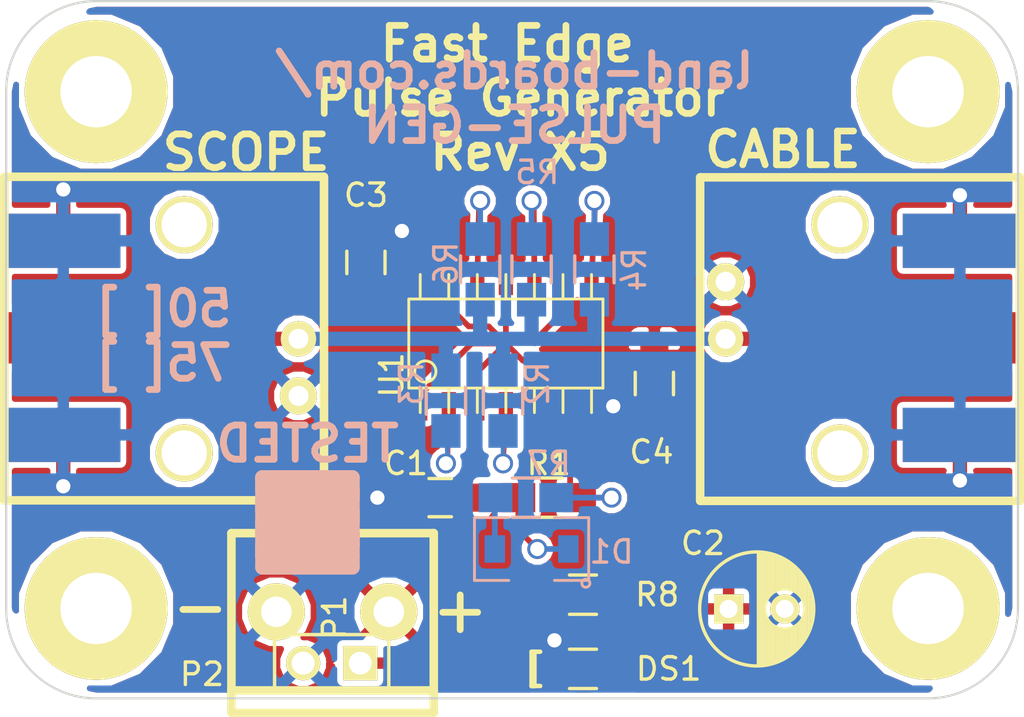
<source format=kicad_pcb>
(kicad_pcb (version 4) (host pcbnew 4.0.1-stable)

  (general
    (links 48)
    (no_connects 0)
    (area -5.115571 -11.349999 70.5 32.2326)
    (thickness 1.6)
    (drawings 28)
    (tracks 104)
    (zones 0)
    (modules 26)
    (nets 13)
  )

  (page A3)
  (layers
    (0 F.Cu signal)
    (31 B.Cu signal)
    (36 B.SilkS user)
    (37 F.SilkS user)
    (38 B.Mask user)
    (39 F.Mask user)
    (40 Dwgs.User user hide)
    (44 Edge.Cuts user)
  )

  (setup
    (last_trace_width 0.254)
    (user_trace_width 0.2032)
    (user_trace_width 0.635)
    (trace_clearance 0.254)
    (zone_clearance 0.2032)
    (zone_45_only no)
    (trace_min 0.2032)
    (segment_width 0.2)
    (edge_width 0.1)
    (via_size 0.889)
    (via_drill 0.635)
    (via_min_size 0.889)
    (via_min_drill 0.508)
    (uvia_size 0.508)
    (uvia_drill 0.127)
    (uvias_allowed no)
    (uvia_min_size 0.508)
    (uvia_min_drill 0.127)
    (pcb_text_width 0.3)
    (pcb_text_size 1.5 1.5)
    (mod_edge_width 0.15)
    (mod_text_size 1 1)
    (mod_text_width 0.15)
    (pad_size 1.5 1.5)
    (pad_drill 0.6)
    (pad_to_mask_clearance 0)
    (aux_axis_origin 0 0)
    (visible_elements 7FFFFF7F)
    (pcbplotparams
      (layerselection 0x010f0_80000001)
      (usegerberextensions false)
      (excludeedgelayer true)
      (linewidth 0.150000)
      (plotframeref false)
      (viasonmask false)
      (mode 1)
      (useauxorigin false)
      (hpglpennumber 1)
      (hpglpenspeed 20)
      (hpglpendiameter 15)
      (hpglpenoverlay 2)
      (psnegative false)
      (psa4output false)
      (plotreference true)
      (plotvalue true)
      (plotinvisibletext false)
      (padsonsilk false)
      (subtractmaskfromsilk false)
      (outputformat 1)
      (mirror false)
      (drillshape 0)
      (scaleselection 1)
      (outputdirectory plots/))
  )

  (net 0 "")
  (net 1 GND)
  (net 2 VCC)
  (net 3 "Net-(C1-Pad1)")
  (net 4 "Net-(D1-Pad2)")
  (net 5 "Net-(DS1-Pad1)")
  (net 6 "Net-(PA1-Pad1)")
  (net 7 "Net-(R1-Pad2)")
  (net 8 "Net-(R2-Pad1)")
  (net 9 "Net-(R3-Pad1)")
  (net 10 "Net-(R4-Pad1)")
  (net 11 "Net-(R5-Pad1)")
  (net 12 "Net-(R6-Pad1)")

  (net_class Default "This is the default net class."
    (clearance 0.254)
    (trace_width 0.254)
    (via_dia 0.889)
    (via_drill 0.635)
    (uvia_dia 0.508)
    (uvia_drill 0.127)
    (add_net GND)
    (add_net "Net-(C1-Pad1)")
    (add_net "Net-(D1-Pad2)")
    (add_net "Net-(DS1-Pad1)")
    (add_net "Net-(PA1-Pad1)")
    (add_net "Net-(R1-Pad2)")
    (add_net "Net-(R2-Pad1)")
    (add_net "Net-(R3-Pad1)")
    (add_net "Net-(R4-Pad1)")
    (add_net "Net-(R5-Pad1)")
    (add_net "Net-(R6-Pad1)")
    (add_net VCC)
  )

  (module TB2-5MM (layer F.Cu) (tedit 519BB487) (tstamp 519A5186)
    (at 17.018 27.178 180)
    (path /519A51D3)
    (fp_text reference P2 (at 8.31 -2.78 180) (layer F.SilkS)
      (effects (font (size 1 1) (thickness 0.15)))
    )
    (fp_text value CONN_2 (at 2 5 180) (layer F.SilkS) hide
      (effects (font (thickness 0.3048)))
    )
    (fp_line (start -2 -4.5) (end -2 3.5) (layer F.SilkS) (width 0.381))
    (fp_line (start 7 -4.5) (end 7 3.5) (layer F.SilkS) (width 0.381))
    (fp_line (start -2 3.5) (end 7 3.5) (layer F.SilkS) (width 0.381))
    (fp_line (start -2 -3.5) (end 7 -3.5) (layer F.SilkS) (width 0.381))
    (fp_line (start -2 -4.5) (end 7 -4.5) (layer F.SilkS) (width 0.381))
    (pad 1 thru_hole circle (at 0 0 180) (size 2.54 2.54) (drill 1.3589) (layers *.Cu *.Mask F.SilkS)
      (net 2 VCC))
    (pad 2 thru_hole circle (at 5 0 180) (size 2.54 2.54) (drill 1.3589) (layers *.Cu *.Mask F.SilkS)
      (net 1 GND))
  )

  (module so-14 (layer F.Cu) (tedit 56C22E0A) (tstamp 519A5555)
    (at 22.225 15.24)
    (descr SO-14)
    (path /519A4ECE)
    (attr smd)
    (fp_text reference U1 (at -5.08 1.397 90) (layer F.SilkS)
      (effects (font (size 1 1) (thickness 0.15)))
    )
    (fp_text value 74AC14 (at 0 1.016) (layer F.SilkS) hide
      (effects (font (size 0.7493 0.7493) (thickness 0.14986)))
    )
    (fp_line (start -4.318 -1.9812) (end -4.318 1.9812) (layer F.SilkS) (width 0.127))
    (fp_line (start -4.318 1.9812) (end 4.318 1.9812) (layer F.SilkS) (width 0.127))
    (fp_line (start 4.318 1.9812) (end 4.318 -1.9812) (layer F.SilkS) (width 0.127))
    (fp_line (start 4.318 -1.9812) (end -4.318 -1.9812) (layer F.SilkS) (width 0.127))
    (fp_line (start -2.54 -1.9812) (end -2.54 -3.0734) (layer F.SilkS) (width 0.127))
    (fp_line (start -1.27 -1.9812) (end -1.27 -3.0734) (layer F.SilkS) (width 0.127))
    (fp_line (start 0 -1.9812) (end 0 -3.0734) (layer F.SilkS) (width 0.127))
    (fp_line (start -3.81 -1.9812) (end -3.81 -3.0734) (layer F.SilkS) (width 0.127))
    (fp_line (start 1.27 -3.0734) (end 1.27 -1.9812) (layer F.SilkS) (width 0.127))
    (fp_line (start 2.54 -3.0734) (end 2.54 -1.9812) (layer F.SilkS) (width 0.127))
    (fp_line (start 3.81 -3.0734) (end 3.81 -1.9812) (layer F.SilkS) (width 0.127))
    (fp_line (start 3.81 1.9812) (end 3.81 3.0734) (layer F.SilkS) (width 0.127))
    (fp_line (start 2.54 1.9812) (end 2.54 3.0734) (layer F.SilkS) (width 0.127))
    (fp_line (start -3.81 1.9812) (end -3.81 3.0734) (layer F.SilkS) (width 0.127))
    (fp_line (start -2.54 3.0734) (end -2.54 1.9812) (layer F.SilkS) (width 0.127))
    (fp_line (start 1.27 3.0734) (end 1.27 1.9812) (layer F.SilkS) (width 0.127))
    (fp_line (start 0 3.0734) (end 0 1.9812) (layer F.SilkS) (width 0.127))
    (fp_line (start -1.27 3.0734) (end -1.27 1.9812) (layer F.SilkS) (width 0.127))
    (fp_circle (center -3.5814 1.2446) (end -3.8608 1.6256) (layer F.SilkS) (width 0.127))
    (pad 1 smd rect (at -3.81 2.794) (size 0.635 1.27) (layers F.Cu F.Mask)
      (net 7 "Net-(R1-Pad2)"))
    (pad 2 smd rect (at -2.54 2.794) (size 0.635 1.27) (layers F.Cu F.Mask)
      (net 9 "Net-(R3-Pad1)"))
    (pad 3 smd rect (at -1.27 2.794) (size 0.635 1.27) (layers F.Cu F.Mask)
      (net 7 "Net-(R1-Pad2)"))
    (pad 4 smd rect (at 0 2.794) (size 0.635 1.27) (layers F.Cu F.Mask)
      (net 8 "Net-(R2-Pad1)"))
    (pad 5 smd rect (at 1.27 2.794) (size 0.635 1.27) (layers F.Cu F.Mask)
      (net 3 "Net-(C1-Pad1)"))
    (pad 6 smd rect (at 2.54 2.794) (size 0.635 1.27) (layers F.Cu F.Mask)
      (net 7 "Net-(R1-Pad2)"))
    (pad 7 smd rect (at 3.81 2.794) (size 0.635 1.27) (layers F.Cu F.Mask)
      (net 1 GND))
    (pad 8 smd rect (at 3.81 -2.794) (size 0.635 1.27) (layers F.Cu F.Mask)
      (net 10 "Net-(R4-Pad1)"))
    (pad 9 smd rect (at 2.54 -2.794) (size 0.635 1.27) (layers F.Cu F.Mask)
      (net 7 "Net-(R1-Pad2)"))
    (pad 10 smd rect (at 1.27 -2.794) (size 0.635 1.27) (layers F.Cu F.Mask)
      (net 11 "Net-(R5-Pad1)"))
    (pad 11 smd rect (at 0 -2.794) (size 0.635 1.27) (layers F.Cu F.Mask)
      (net 7 "Net-(R1-Pad2)"))
    (pad 12 smd rect (at -1.27 -2.794) (size 0.635 1.27) (layers F.Cu F.Mask)
      (net 12 "Net-(R6-Pad1)"))
    (pad 13 smd rect (at -2.54 -2.794) (size 0.635 1.27) (layers F.Cu F.Mask)
      (net 7 "Net-(R1-Pad2)"))
    (pad 14 smd rect (at -3.81 -2.794) (size 0.635 1.27) (layers F.Cu F.Mask)
      (net 2 VCC))
    (model smd/smd_dil/so-14.wrl
      (at (xyz 0 0 0))
      (scale (xyz 1 1 1))
      (rotate (xyz 0 0 0))
    )
  )

  (module MTG-4-40 (layer F.Cu) (tedit 50F036E3) (tstamp 519A559B)
    (at 4 27.03)
    (path /519A590D)
    (fp_text reference MTG3 (at -6.858 -0.635) (layer F.SilkS) hide
      (effects (font (size 1 1) (thickness 0.15)))
    )
    (fp_text value CONN_1 (at 0 -5.08) (layer F.SilkS) hide
      (effects (font (thickness 0.3048)))
    )
    (pad 1 thru_hole circle (at 0 0) (size 6.35 6.35) (drill 3.175) (layers *.Cu *.Mask F.SilkS))
  )

  (module MTG-4-40 (layer F.Cu) (tedit 50F036E3) (tstamp 519A55A0)
    (at 41 4.03)
    (path /519A5913)
    (fp_text reference MTG2 (at -6.858 -0.635) (layer F.SilkS) hide
      (effects (font (size 1 1) (thickness 0.15)))
    )
    (fp_text value CONN_1 (at 0 -5.08) (layer F.SilkS) hide
      (effects (font (thickness 0.3048)))
    )
    (pad 1 thru_hole circle (at 0 0) (size 6.35 6.35) (drill 3.175) (layers *.Cu *.Mask F.SilkS))
  )

  (module MTG-4-40 (layer F.Cu) (tedit 50F036E3) (tstamp 519A55A5)
    (at 4 4.03)
    (path /519A5919)
    (fp_text reference MTG1 (at -6.858 -0.635) (layer F.SilkS) hide
      (effects (font (size 1 1) (thickness 0.15)))
    )
    (fp_text value CONN_1 (at 0 -5.08) (layer F.SilkS) hide
      (effects (font (thickness 0.3048)))
    )
    (pad 1 thru_hole circle (at 0 0) (size 6.35 6.35) (drill 3.175) (layers *.Cu *.Mask F.SilkS))
  )

  (module SMA_EDGE (layer F.Cu) (tedit 56C2333E) (tstamp 519A5FF7)
    (at 2.54 14.986)
    (path /519A5DA2)
    (fp_text reference PA1 (at 3.858 0.21 90) (layer F.SilkS) hide
      (effects (font (size 1 1) (thickness 0.15)))
    )
    (fp_text value SMA (at 4.826 0.254 90) (layer F.SilkS) hide
      (effects (font (thickness 0.3048)))
    )
    (pad 1 smd rect (at 0 0) (size 5.08 2.286) (layers F.Cu F.Mask)
      (net 6 "Net-(PA1-Pad1)"))
    (pad 2 smd rect (at 0 -4.318) (size 5.08 2.413) (layers F.Cu F.Mask)
      (net 1 GND))
    (pad 2 smd rect (at 0 4.318) (size 5.08 2.413) (layers F.Cu F.Mask)
      (net 1 GND))
    (pad 2 smd rect (at 0 -4.318) (size 5.08 2.413) (layers B.Cu B.Mask)
      (net 1 GND))
    (pad 2 smd rect (at 0 4.318) (size 5.08 2.413) (layers B.Cu B.Mask)
      (net 1 GND))
  )

  (module BNC-RT (layer F.Cu) (tedit 56C2298C) (tstamp 519A6003)
    (at 13 15.03 90)
    (path /519A5027)
    (fp_text reference PB1 (at -1.226 2.113 90) (layer F.SilkS) hide
      (effects (font (size 1 1) (thickness 0.15)))
    )
    (fp_text value BNC (at -0.14986 6.2992 90) (layer F.SilkS) hide
      (effects (font (thickness 0.3048)))
    )
    (fp_line (start -7.1882 1.1176) (end -7.1882 -13.08354) (layer F.SilkS) (width 0.381))
    (fp_line (start -7.19328 -13.07846) (end 7.20598 -13.07846) (layer F.SilkS) (width 0.381))
    (fp_line (start 7.21106 -13.08354) (end 7.21106 1.1176) (layer F.SilkS) (width 0.381))
    (fp_line (start -7.1882 1.13538) (end 7.21106 1.13538) (layer F.SilkS) (width 0.381))
    (pad 1 thru_hole circle (at 0 0 90) (size 1.5748 1.5748) (drill 0.889) (layers *.Cu *.Mask F.SilkS)
      (net 6 "Net-(PA1-Pad1)"))
    (pad 2 thru_hole circle (at -2.54 0 90) (size 1.651 1.651) (drill 0.889) (layers *.Cu *.Mask F.SilkS)
      (net 1 GND))
    (pad "" thru_hole circle (at -5.08 -5.08 90) (size 2.54 2.54) (drill 2.00914) (layers *.Cu *.Mask F.SilkS))
    (pad "" thru_hole circle (at 5.08 -5.08 90) (size 2.54 2.54) (drill 2.00914) (layers *.Cu *.Mask F.SilkS))
    (model ../KiCAD/modules/packages3d/BNC-RT.wrl
      (at (xyz 0 0 0))
      (scale (xyz 1 1 1))
      (rotate (xyz 0 0 0))
    )
  )

  (module SMA_EDGE (layer F.Cu) (tedit 56C23346) (tstamp 519B5821)
    (at 42.418 14.986)
    (path /519B595A)
    (fp_text reference PA2 (at -4.318 0 90) (layer F.SilkS) hide
      (effects (font (size 1 1) (thickness 0.15)))
    )
    (fp_text value SMA (at 4.826 0.254 90) (layer F.SilkS) hide
      (effects (font (thickness 0.3048)))
    )
    (pad 1 smd rect (at 0 0) (size 5.08 2.286) (layers F.Cu F.Mask)
      (net 6 "Net-(PA1-Pad1)"))
    (pad 2 smd rect (at 0 -4.318) (size 5.08 2.413) (layers F.Cu F.Mask)
      (net 1 GND))
    (pad 2 smd rect (at 0 4.318) (size 5.08 2.413) (layers F.Cu F.Mask)
      (net 1 GND))
    (pad 2 smd rect (at 0 -4.318) (size 5.08 2.413) (layers B.Cu B.Mask)
      (net 1 GND))
    (pad 2 smd rect (at 0 4.318) (size 5.08 2.413) (layers B.Cu B.Mask)
      (net 1 GND))
  )

  (module MTG-4-40 (layer F.Cu) (tedit 50F036E3) (tstamp 519B5826)
    (at 41 27.03)
    (path /519B588C)
    (fp_text reference MTG4 (at -6.858 -0.635) (layer F.SilkS) hide
      (effects (font (size 1 1) (thickness 0.15)))
    )
    (fp_text value CONN_1 (at 0 -5.08) (layer F.SilkS) hide
      (effects (font (thickness 0.3048)))
    )
    (pad 1 thru_hole circle (at 0 0) (size 6.35 6.35) (drill 3.175) (layers *.Cu *.Mask F.SilkS))
  )

  (module BNC-RT (layer F.Cu) (tedit 56C22994) (tstamp 519B5832)
    (at 32 15.03 270)
    (path /5535904A)
    (fp_text reference PB2 (at -0.044 2.028 270) (layer F.SilkS) hide
      (effects (font (size 1 1) (thickness 0.15)))
    )
    (fp_text value BNC (at -0.14986 6.2992 270) (layer F.SilkS) hide
      (effects (font (thickness 0.3048)))
    )
    (fp_line (start -7.1882 1.1176) (end -7.1882 -13.08354) (layer F.SilkS) (width 0.381))
    (fp_line (start -7.19328 -13.07846) (end 7.20598 -13.07846) (layer F.SilkS) (width 0.381))
    (fp_line (start 7.21106 -13.08354) (end 7.21106 1.1176) (layer F.SilkS) (width 0.381))
    (fp_line (start -7.1882 1.13538) (end 7.21106 1.13538) (layer F.SilkS) (width 0.381))
    (pad 1 thru_hole circle (at 0 0 270) (size 1.5748 1.5748) (drill 0.889) (layers *.Cu *.Mask F.SilkS)
      (net 6 "Net-(PA1-Pad1)"))
    (pad 2 thru_hole circle (at -2.54 0 270) (size 1.651 1.651) (drill 0.889) (layers *.Cu *.Mask F.SilkS)
      (net 1 GND))
    (pad "" thru_hole circle (at -5.08 -5.08 270) (size 2.54 2.54) (drill 2.00914) (layers *.Cu *.Mask F.SilkS))
    (pad "" thru_hole circle (at 5.08 -5.08 270) (size 2.54 2.54) (drill 2.00914) (layers *.Cu *.Mask F.SilkS))
    (model ../KiCAD/modules/packages3d/BNC-RT.wrl
      (at (xyz 0 0 0))
      (scale (xyz 1 1 1))
      (rotate (xyz 0 0 0))
    )
  )

  (module SOD-123 (layer B.Cu) (tedit 56C2348C) (tstamp 519BF673)
    (at 23.368 24.384 180)
    (tags "CMS SM")
    (path /519BB09A)
    (attr smd)
    (fp_text reference D1 (at -3.556 -0.127 180) (layer B.SilkS)
      (effects (font (size 1 1) (thickness 0.15)) (justify mirror))
    )
    (fp_text value 1N4148 (at 0.127 -2.159 180) (layer B.SilkS) hide
      (effects (font (size 0.762 0.762) (thickness 0.127)) (justify mirror))
    )
    (fp_circle (center -2.413 -1.524) (end -2.286 -1.397) (layer B.SilkS) (width 0.127))
    (fp_line (start -1.016 1.397) (end -2.54 1.397) (layer B.SilkS) (width 0.127))
    (fp_line (start -2.54 1.397) (end -2.54 -1.397) (layer B.SilkS) (width 0.127))
    (fp_line (start -2.54 -1.397) (end -1.016 -1.397) (layer B.SilkS) (width 0.127))
    (fp_line (start 1.016 -1.397) (end 2.54 -1.397) (layer B.SilkS) (width 0.127))
    (fp_line (start 2.54 -1.397) (end 2.54 1.397) (layer B.SilkS) (width 0.127))
    (fp_line (start 2.54 1.397) (end 1.016 1.397) (layer B.SilkS) (width 0.127))
    (pad 1 smd rect (at -1.63576 0 180) (size 0.90932 1.2192) (layers B.Cu B.Mask)
      (net 3 "Net-(C1-Pad1)"))
    (pad 2 smd rect (at 1.63576 0 180) (size 0.90932 1.2192) (layers B.Cu B.Mask)
      (net 4 "Net-(D1-Pad2)"))
    (model smd/chip_cms.wrl
      (at (xyz 0 0 0))
      (scale (xyz 0.17 0.2 0.17))
      (rotate (xyz 0 0 0))
    )
  )

  (module PIN_ARRAY_2X1 (layer F.Cu) (tedit 545668BA) (tstamp 519CED97)
    (at 14.478 29.464 180)
    (descr "Connecteurs 2 pins")
    (tags "CONN DEV")
    (path /519CDC62)
    (fp_text reference P1 (at -0.127 2.032 270) (layer F.SilkS)
      (effects (font (size 1 1) (thickness 0.15)))
    )
    (fp_text value CONN_2 (at 0 -1.905 180) (layer F.SilkS) hide
      (effects (font (size 0.762 0.762) (thickness 0.1524)))
    )
    (fp_line (start -2.54 1.27) (end -2.54 -1.27) (layer F.SilkS) (width 0.1524))
    (fp_line (start -2.54 -1.27) (end 2.54 -1.27) (layer F.SilkS) (width 0.1524))
    (fp_line (start 2.54 -1.27) (end 2.54 1.27) (layer F.SilkS) (width 0.1524))
    (fp_line (start 2.54 1.27) (end -2.54 1.27) (layer F.SilkS) (width 0.1524))
    (pad 1 thru_hole rect (at -1.27 0 180) (size 1.524 1.524) (drill 1.016) (layers *.Cu *.Mask F.SilkS)
      (net 2 VCC))
    (pad 2 thru_hole circle (at 1.27 0 180) (size 1.524 1.524) (drill 1.016) (layers *.Cu *.Mask F.SilkS)
      (net 1 GND))
    (model pin_array/pins_array_2x1.wrl
      (at (xyz 0 0 0))
      (scale (xyz 1 1 1))
      (rotate (xyz 0 0 0))
    )
  )

  (module Capacitors_ThroughHole:C_Radial_D5_L11_P2.5 (layer F.Cu) (tedit 571A648B) (tstamp 519A517B)
    (at 32.131 27.051)
    (descr "Radial Electrolytic Capacitor Diameter 5mm x Length 11mm, Pitch 2.5mm")
    (tags "Electrolytic Capacitor")
    (path /519A50E6)
    (fp_text reference C2 (at -1.143 -2.921) (layer F.SilkS)
      (effects (font (size 1 1) (thickness 0.15)))
    )
    (fp_text value 47uF (at 1.25 3.8) (layer F.Fab) hide
      (effects (font (size 1 1) (thickness 0.15)))
    )
    (fp_line (start 1.325 -2.499) (end 1.325 2.499) (layer F.SilkS) (width 0.15))
    (fp_line (start 1.465 -2.491) (end 1.465 2.491) (layer F.SilkS) (width 0.15))
    (fp_line (start 1.605 -2.475) (end 1.605 -0.095) (layer F.SilkS) (width 0.15))
    (fp_line (start 1.605 0.095) (end 1.605 2.475) (layer F.SilkS) (width 0.15))
    (fp_line (start 1.745 -2.451) (end 1.745 -0.49) (layer F.SilkS) (width 0.15))
    (fp_line (start 1.745 0.49) (end 1.745 2.451) (layer F.SilkS) (width 0.15))
    (fp_line (start 1.885 -2.418) (end 1.885 -0.657) (layer F.SilkS) (width 0.15))
    (fp_line (start 1.885 0.657) (end 1.885 2.418) (layer F.SilkS) (width 0.15))
    (fp_line (start 2.025 -2.377) (end 2.025 -0.764) (layer F.SilkS) (width 0.15))
    (fp_line (start 2.025 0.764) (end 2.025 2.377) (layer F.SilkS) (width 0.15))
    (fp_line (start 2.165 -2.327) (end 2.165 -0.835) (layer F.SilkS) (width 0.15))
    (fp_line (start 2.165 0.835) (end 2.165 2.327) (layer F.SilkS) (width 0.15))
    (fp_line (start 2.305 -2.266) (end 2.305 -0.879) (layer F.SilkS) (width 0.15))
    (fp_line (start 2.305 0.879) (end 2.305 2.266) (layer F.SilkS) (width 0.15))
    (fp_line (start 2.445 -2.196) (end 2.445 -0.898) (layer F.SilkS) (width 0.15))
    (fp_line (start 2.445 0.898) (end 2.445 2.196) (layer F.SilkS) (width 0.15))
    (fp_line (start 2.585 -2.114) (end 2.585 -0.896) (layer F.SilkS) (width 0.15))
    (fp_line (start 2.585 0.896) (end 2.585 2.114) (layer F.SilkS) (width 0.15))
    (fp_line (start 2.725 -2.019) (end 2.725 -0.871) (layer F.SilkS) (width 0.15))
    (fp_line (start 2.725 0.871) (end 2.725 2.019) (layer F.SilkS) (width 0.15))
    (fp_line (start 2.865 -1.908) (end 2.865 -0.823) (layer F.SilkS) (width 0.15))
    (fp_line (start 2.865 0.823) (end 2.865 1.908) (layer F.SilkS) (width 0.15))
    (fp_line (start 3.005 -1.78) (end 3.005 -0.745) (layer F.SilkS) (width 0.15))
    (fp_line (start 3.005 0.745) (end 3.005 1.78) (layer F.SilkS) (width 0.15))
    (fp_line (start 3.145 -1.631) (end 3.145 -0.628) (layer F.SilkS) (width 0.15))
    (fp_line (start 3.145 0.628) (end 3.145 1.631) (layer F.SilkS) (width 0.15))
    (fp_line (start 3.285 -1.452) (end 3.285 -0.44) (layer F.SilkS) (width 0.15))
    (fp_line (start 3.285 0.44) (end 3.285 1.452) (layer F.SilkS) (width 0.15))
    (fp_line (start 3.425 -1.233) (end 3.425 1.233) (layer F.SilkS) (width 0.15))
    (fp_line (start 3.565 -0.944) (end 3.565 0.944) (layer F.SilkS) (width 0.15))
    (fp_line (start 3.705 -0.472) (end 3.705 0.472) (layer F.SilkS) (width 0.15))
    (fp_circle (center 2.5 0) (end 2.5 -0.9) (layer F.SilkS) (width 0.15))
    (fp_circle (center 1.25 0) (end 1.25 -2.5375) (layer F.SilkS) (width 0.15))
    (fp_circle (center 1.25 0) (end 1.25 -2.8) (layer F.CrtYd) (width 0.05))
    (pad 1 thru_hole rect (at 0 0) (size 1.3 1.3) (drill 0.8) (layers *.Cu *.Mask F.SilkS)
      (net 2 VCC))
    (pad 2 thru_hole circle (at 2.5 0) (size 1.3 1.3) (drill 0.8) (layers *.Cu *.Mask F.SilkS)
      (net 1 GND))
    (model Capacitors_ThroughHole.3dshapes/C_Radial_D5_L11_P2.5.wrl
      (at (xyz 0.049213 0 0))
      (scale (xyz 1 1 1))
      (rotate (xyz 0 0 90))
    )
  )

  (module DougsNewMods:TEST_BLK-REAR (layer F.Cu) (tedit 553D0C6F) (tstamp 56C610FE)
    (at 13.4 23.2)
    (fp_text reference TESTED (at 0 -3.5) (layer B.SilkS)
      (effects (font (thickness 0.3048)) (justify mirror))
    )
    (fp_text value VAL** (at 0 4) (layer F.SilkS) hide
      (effects (font (thickness 0.3048)))
    )
    (fp_line (start -2 -2) (end 2 -2) (layer B.SilkS) (width 0.65))
    (fp_line (start 2 -2) (end 2 2) (layer B.SilkS) (width 0.65))
    (fp_line (start 2 2) (end -2 2) (layer B.SilkS) (width 0.65))
    (fp_line (start -2 2) (end -2 -2) (layer B.SilkS) (width 0.65))
    (fp_line (start -2 -2) (end -2 -1.5) (layer B.SilkS) (width 0.65))
    (fp_line (start -2 -1.5) (end 2 -1.5) (layer B.SilkS) (width 0.65))
    (fp_line (start 2 -1.5) (end 2 -1) (layer B.SilkS) (width 0.65))
    (fp_line (start 2 -1) (end -2 -1) (layer B.SilkS) (width 0.65))
    (fp_line (start -2 -1) (end -2 -0.5) (layer B.SilkS) (width 0.65))
    (fp_line (start -2 -0.5) (end 2 -0.5) (layer B.SilkS) (width 0.65))
    (fp_line (start 2 -0.5) (end 2 0) (layer B.SilkS) (width 0.65))
    (fp_line (start 2 0) (end -2 0) (layer B.SilkS) (width 0.65))
    (fp_line (start -2 0) (end -2 0.5) (layer B.SilkS) (width 0.65))
    (fp_line (start -2 0.5) (end 1.5 0.5) (layer B.SilkS) (width 0.65))
    (fp_line (start 1.5 0.5) (end 2 0.5) (layer B.SilkS) (width 0.65))
    (fp_line (start 2 0.5) (end 2 1) (layer B.SilkS) (width 0.65))
    (fp_line (start 2 1) (end -2 1) (layer B.SilkS) (width 0.65))
    (fp_line (start -2 1) (end -2 1.5) (layer B.SilkS) (width 0.65))
    (fp_line (start -2 1.5) (end 2 1.5) (layer B.SilkS) (width 0.65))
  )

  (module Capacitors_SMD:C_0805_HandSoldering (layer F.Cu) (tedit 571A6434) (tstamp 571A61A8)
    (at 19.304 22.098 180)
    (descr "Capacitor SMD 0805, hand soldering")
    (tags "capacitor 0805")
    (path /519A4E0C)
    (attr smd)
    (fp_text reference C1 (at 1.524 1.524 180) (layer F.SilkS)
      (effects (font (size 1 1) (thickness 0.15)))
    )
    (fp_text value 47nF (at 0 2.1 180) (layer F.Fab) hide
      (effects (font (size 1 1) (thickness 0.15)))
    )
    (fp_line (start -2.3 -1) (end 2.3 -1) (layer F.CrtYd) (width 0.05))
    (fp_line (start -2.3 1) (end 2.3 1) (layer F.CrtYd) (width 0.05))
    (fp_line (start -2.3 -1) (end -2.3 1) (layer F.CrtYd) (width 0.05))
    (fp_line (start 2.3 -1) (end 2.3 1) (layer F.CrtYd) (width 0.05))
    (fp_line (start 0.5 -0.85) (end -0.5 -0.85) (layer F.SilkS) (width 0.15))
    (fp_line (start -0.5 0.85) (end 0.5 0.85) (layer F.SilkS) (width 0.15))
    (pad 1 smd rect (at -1.25 0 180) (size 1.5 1.25) (layers F.Cu F.Mask)
      (net 3 "Net-(C1-Pad1)"))
    (pad 2 smd rect (at 1.25 0 180) (size 1.5 1.25) (layers F.Cu F.Mask)
      (net 1 GND))
    (model Capacitors_SMD.3dshapes/C_0805_HandSoldering.wrl
      (at (xyz 0 0 0))
      (scale (xyz 1 1 1))
      (rotate (xyz 0 0 0))
    )
  )

  (module Capacitors_SMD:C_0805_HandSoldering (layer F.Cu) (tedit 571A6441) (tstamp 571A61B3)
    (at 16 11.63 90)
    (descr "Capacitor SMD 0805, hand soldering")
    (tags "capacitor 0805")
    (path /519A510E)
    (attr smd)
    (fp_text reference C3 (at 2.994 0.002 180) (layer F.SilkS)
      (effects (font (size 1 1) (thickness 0.15)))
    )
    (fp_text value 0.1uF (at 0 2.1 90) (layer F.Fab) hide
      (effects (font (size 1 1) (thickness 0.15)))
    )
    (fp_line (start -2.3 -1) (end 2.3 -1) (layer F.CrtYd) (width 0.05))
    (fp_line (start -2.3 1) (end 2.3 1) (layer F.CrtYd) (width 0.05))
    (fp_line (start -2.3 -1) (end -2.3 1) (layer F.CrtYd) (width 0.05))
    (fp_line (start 2.3 -1) (end 2.3 1) (layer F.CrtYd) (width 0.05))
    (fp_line (start 0.5 -0.85) (end -0.5 -0.85) (layer F.SilkS) (width 0.15))
    (fp_line (start -0.5 0.85) (end 0.5 0.85) (layer F.SilkS) (width 0.15))
    (pad 1 smd rect (at -1.25 0 90) (size 1.5 1.25) (layers F.Cu F.Mask)
      (net 2 VCC))
    (pad 2 smd rect (at 1.25 0 90) (size 1.5 1.25) (layers F.Cu F.Mask)
      (net 1 GND))
    (model Capacitors_SMD.3dshapes/C_0805_HandSoldering.wrl
      (at (xyz 0 0 0))
      (scale (xyz 1 1 1))
      (rotate (xyz 0 0 0))
    )
  )

  (module Capacitors_SMD:C_0805_HandSoldering (layer F.Cu) (tedit 571A657B) (tstamp 571A61BE)
    (at 28.829 17.018 270)
    (descr "Capacitor SMD 0805, hand soldering")
    (tags "capacitor 0805")
    (path /519B6558)
    (attr smd)
    (fp_text reference C4 (at 3.048 0.127 360) (layer F.SilkS)
      (effects (font (size 1 1) (thickness 0.15)))
    )
    (fp_text value 0.1uF (at 0 2.1 270) (layer F.Fab) hide
      (effects (font (size 1 1) (thickness 0.15)))
    )
    (fp_line (start -2.3 -1) (end 2.3 -1) (layer F.CrtYd) (width 0.05))
    (fp_line (start -2.3 1) (end 2.3 1) (layer F.CrtYd) (width 0.05))
    (fp_line (start -2.3 -1) (end -2.3 1) (layer F.CrtYd) (width 0.05))
    (fp_line (start 2.3 -1) (end 2.3 1) (layer F.CrtYd) (width 0.05))
    (fp_line (start 0.5 -0.85) (end -0.5 -0.85) (layer F.SilkS) (width 0.15))
    (fp_line (start -0.5 0.85) (end 0.5 0.85) (layer F.SilkS) (width 0.15))
    (pad 1 smd rect (at -1.25 0 270) (size 1.5 1.25) (layers F.Cu F.Mask)
      (net 2 VCC))
    (pad 2 smd rect (at 1.25 0 270) (size 1.5 1.25) (layers F.Cu F.Mask)
      (net 1 GND))
    (model Capacitors_SMD.3dshapes/C_0805_HandSoldering.wrl
      (at (xyz 0 0 0))
      (scale (xyz 1 1 1))
      (rotate (xyz 0 0 0))
    )
  )

  (module Resistors_SMD:R_0805_HandSoldering (layer F.Cu) (tedit 571A6494) (tstamp 571A61C9)
    (at 25.654 29.718 180)
    (descr "Resistor SMD 0805, hand soldering")
    (tags "resistor 0805")
    (path /519CD6E4)
    (attr smd)
    (fp_text reference DS1 (at -3.81 0 180) (layer F.SilkS)
      (effects (font (size 1 1) (thickness 0.15)))
    )
    (fp_text value LED (at 0 2.1 180) (layer F.Fab) hide
      (effects (font (size 1 1) (thickness 0.15)))
    )
    (fp_line (start -2.4 -1) (end 2.4 -1) (layer F.CrtYd) (width 0.05))
    (fp_line (start -2.4 1) (end 2.4 1) (layer F.CrtYd) (width 0.05))
    (fp_line (start -2.4 -1) (end -2.4 1) (layer F.CrtYd) (width 0.05))
    (fp_line (start 2.4 -1) (end 2.4 1) (layer F.CrtYd) (width 0.05))
    (fp_line (start 0.6 0.875) (end -0.6 0.875) (layer F.SilkS) (width 0.15))
    (fp_line (start -0.6 -0.875) (end 0.6 -0.875) (layer F.SilkS) (width 0.15))
    (pad 1 smd rect (at -1.35 0 180) (size 1.5 1.3) (layers F.Cu F.Mask)
      (net 5 "Net-(DS1-Pad1)"))
    (pad 2 smd rect (at 1.35 0 180) (size 1.5 1.3) (layers F.Cu F.Mask)
      (net 1 GND))
    (model Resistors_SMD.3dshapes/R_0805_HandSoldering.wrl
      (at (xyz 0 0 0))
      (scale (xyz 1 1 1))
      (rotate (xyz 0 0 0))
    )
  )

  (module Resistors_SMD:R_0805_HandSoldering (layer F.Cu) (tedit 571A642E) (tstamp 571A61D4)
    (at 24.13 22.098)
    (descr "Resistor SMD 0805, hand soldering")
    (tags "resistor 0805")
    (path /519A4DFD)
    (attr smd)
    (fp_text reference R1 (at 0 -1.524) (layer F.SilkS)
      (effects (font (size 1 1) (thickness 0.15)))
    )
    (fp_text value 33K (at 0 2.1) (layer F.Fab) hide
      (effects (font (size 1 1) (thickness 0.15)))
    )
    (fp_line (start -2.4 -1) (end 2.4 -1) (layer F.CrtYd) (width 0.05))
    (fp_line (start -2.4 1) (end 2.4 1) (layer F.CrtYd) (width 0.05))
    (fp_line (start -2.4 -1) (end -2.4 1) (layer F.CrtYd) (width 0.05))
    (fp_line (start 2.4 -1) (end 2.4 1) (layer F.CrtYd) (width 0.05))
    (fp_line (start 0.6 0.875) (end -0.6 0.875) (layer F.SilkS) (width 0.15))
    (fp_line (start -0.6 -0.875) (end 0.6 -0.875) (layer F.SilkS) (width 0.15))
    (pad 1 smd rect (at -1.35 0) (size 1.5 1.3) (layers F.Cu F.Mask)
      (net 3 "Net-(C1-Pad1)"))
    (pad 2 smd rect (at 1.35 0) (size 1.5 1.3) (layers F.Cu F.Mask)
      (net 7 "Net-(R1-Pad2)"))
    (model Resistors_SMD.3dshapes/R_0805_HandSoldering.wrl
      (at (xyz 0 0 0))
      (scale (xyz 1 1 1))
      (rotate (xyz 0 0 0))
    )
  )

  (module Resistors_SMD:R_0805_HandSoldering (layer B.Cu) (tedit 571A654C) (tstamp 571A61DF)
    (at 22.098 17.78 90)
    (descr "Resistor SMD 0805, hand soldering")
    (tags "resistor 0805")
    (path /519A4DEE)
    (attr smd)
    (fp_text reference R2 (at 0.762 1.524 90) (layer B.SilkS)
      (effects (font (size 1 1) (thickness 0.15)) (justify mirror))
    )
    (fp_text value 249 (at 0 -2.1 90) (layer B.Fab) hide
      (effects (font (size 1 1) (thickness 0.15)) (justify mirror))
    )
    (fp_line (start -2.4 1) (end 2.4 1) (layer B.CrtYd) (width 0.05))
    (fp_line (start -2.4 -1) (end 2.4 -1) (layer B.CrtYd) (width 0.05))
    (fp_line (start -2.4 1) (end -2.4 -1) (layer B.CrtYd) (width 0.05))
    (fp_line (start 2.4 1) (end 2.4 -1) (layer B.CrtYd) (width 0.05))
    (fp_line (start 0.6 -0.875) (end -0.6 -0.875) (layer B.SilkS) (width 0.15))
    (fp_line (start -0.6 0.875) (end 0.6 0.875) (layer B.SilkS) (width 0.15))
    (pad 1 smd rect (at -1.35 0 90) (size 1.5 1.3) (layers B.Cu B.Mask)
      (net 8 "Net-(R2-Pad1)"))
    (pad 2 smd rect (at 1.35 0 90) (size 1.5 1.3) (layers B.Cu B.Mask)
      (net 6 "Net-(PA1-Pad1)"))
    (model Resistors_SMD.3dshapes/R_0805_HandSoldering.wrl
      (at (xyz 0 0 0))
      (scale (xyz 1 1 1))
      (rotate (xyz 0 0 0))
    )
  )

  (module Resistors_SMD:R_0805_HandSoldering (layer B.Cu) (tedit 571A6542) (tstamp 571A61EA)
    (at 19.558 17.78 90)
    (descr "Resistor SMD 0805, hand soldering")
    (tags "resistor 0805")
    (path /519A4ED4)
    (attr smd)
    (fp_text reference R3 (at 0.762 -1.524 90) (layer B.SilkS)
      (effects (font (size 1 1) (thickness 0.15)) (justify mirror))
    )
    (fp_text value 249 (at 0 -2.1 90) (layer B.Fab) hide
      (effects (font (size 1 1) (thickness 0.15)) (justify mirror))
    )
    (fp_line (start -2.4 1) (end 2.4 1) (layer B.CrtYd) (width 0.05))
    (fp_line (start -2.4 -1) (end 2.4 -1) (layer B.CrtYd) (width 0.05))
    (fp_line (start -2.4 1) (end -2.4 -1) (layer B.CrtYd) (width 0.05))
    (fp_line (start 2.4 1) (end 2.4 -1) (layer B.CrtYd) (width 0.05))
    (fp_line (start 0.6 -0.875) (end -0.6 -0.875) (layer B.SilkS) (width 0.15))
    (fp_line (start -0.6 0.875) (end 0.6 0.875) (layer B.SilkS) (width 0.15))
    (pad 1 smd rect (at -1.35 0 90) (size 1.5 1.3) (layers B.Cu B.Mask)
      (net 9 "Net-(R3-Pad1)"))
    (pad 2 smd rect (at 1.35 0 90) (size 1.5 1.3) (layers B.Cu B.Mask)
      (net 6 "Net-(PA1-Pad1)"))
    (model Resistors_SMD.3dshapes/R_0805_HandSoldering.wrl
      (at (xyz 0 0 0))
      (scale (xyz 1 1 1))
      (rotate (xyz 0 0 0))
    )
  )

  (module Resistors_SMD:R_0805_HandSoldering (layer B.Cu) (tedit 571A6501) (tstamp 571A61F5)
    (at 26.162 11.938 270)
    (descr "Resistor SMD 0805, hand soldering")
    (tags "resistor 0805")
    (path /519A4EE6)
    (attr smd)
    (fp_text reference R4 (at 0 -1.778 270) (layer B.SilkS)
      (effects (font (size 1 1) (thickness 0.15)) (justify mirror))
    )
    (fp_text value 249 (at 0 -2.1 270) (layer B.Fab) hide
      (effects (font (size 1 1) (thickness 0.15)) (justify mirror))
    )
    (fp_line (start -2.4 1) (end 2.4 1) (layer B.CrtYd) (width 0.05))
    (fp_line (start -2.4 -1) (end 2.4 -1) (layer B.CrtYd) (width 0.05))
    (fp_line (start -2.4 1) (end -2.4 -1) (layer B.CrtYd) (width 0.05))
    (fp_line (start 2.4 1) (end 2.4 -1) (layer B.CrtYd) (width 0.05))
    (fp_line (start 0.6 -0.875) (end -0.6 -0.875) (layer B.SilkS) (width 0.15))
    (fp_line (start -0.6 0.875) (end 0.6 0.875) (layer B.SilkS) (width 0.15))
    (pad 1 smd rect (at -1.35 0 270) (size 1.5 1.3) (layers B.Cu B.Mask)
      (net 10 "Net-(R4-Pad1)"))
    (pad 2 smd rect (at 1.35 0 270) (size 1.5 1.3) (layers B.Cu B.Mask)
      (net 6 "Net-(PA1-Pad1)"))
    (model Resistors_SMD.3dshapes/R_0805_HandSoldering.wrl
      (at (xyz 0 0 0))
      (scale (xyz 1 1 1))
      (rotate (xyz 0 0 0))
    )
  )

  (module Resistors_SMD:R_0805_HandSoldering (layer B.Cu) (tedit 571A64F3) (tstamp 571A6200)
    (at 23.368 11.938 270)
    (descr "Resistor SMD 0805, hand soldering")
    (tags "resistor 0805")
    (path /519A4F10)
    (attr smd)
    (fp_text reference R5 (at -4.318 -0.254 360) (layer B.SilkS)
      (effects (font (size 1 1) (thickness 0.15)) (justify mirror))
    )
    (fp_text value 249 (at 0 -2.1 270) (layer B.Fab) hide
      (effects (font (size 1 1) (thickness 0.15)) (justify mirror))
    )
    (fp_line (start -2.4 1) (end 2.4 1) (layer B.CrtYd) (width 0.05))
    (fp_line (start -2.4 -1) (end 2.4 -1) (layer B.CrtYd) (width 0.05))
    (fp_line (start -2.4 1) (end -2.4 -1) (layer B.CrtYd) (width 0.05))
    (fp_line (start 2.4 1) (end 2.4 -1) (layer B.CrtYd) (width 0.05))
    (fp_line (start 0.6 -0.875) (end -0.6 -0.875) (layer B.SilkS) (width 0.15))
    (fp_line (start -0.6 0.875) (end 0.6 0.875) (layer B.SilkS) (width 0.15))
    (pad 1 smd rect (at -1.35 0 270) (size 1.5 1.3) (layers B.Cu B.Mask)
      (net 11 "Net-(R5-Pad1)"))
    (pad 2 smd rect (at 1.35 0 270) (size 1.5 1.3) (layers B.Cu B.Mask)
      (net 6 "Net-(PA1-Pad1)"))
    (model Resistors_SMD.3dshapes/R_0805_HandSoldering.wrl
      (at (xyz 0 0 0))
      (scale (xyz 1 1 1))
      (rotate (xyz 0 0 0))
    )
  )

  (module Resistors_SMD:R_0805_HandSoldering (layer B.Cu) (tedit 571A6552) (tstamp 571A620B)
    (at 21.082 11.938 270)
    (descr "Resistor SMD 0805, hand soldering")
    (tags "resistor 0805")
    (path /519A4F1D)
    (attr smd)
    (fp_text reference R6 (at -0.254 1.524 270) (layer B.SilkS)
      (effects (font (size 1 1) (thickness 0.15)) (justify mirror))
    )
    (fp_text value 249 (at 0 -2.1 270) (layer B.Fab) hide
      (effects (font (size 1 1) (thickness 0.15)) (justify mirror))
    )
    (fp_line (start -2.4 1) (end 2.4 1) (layer B.CrtYd) (width 0.05))
    (fp_line (start -2.4 -1) (end 2.4 -1) (layer B.CrtYd) (width 0.05))
    (fp_line (start -2.4 1) (end -2.4 -1) (layer B.CrtYd) (width 0.05))
    (fp_line (start 2.4 1) (end 2.4 -1) (layer B.CrtYd) (width 0.05))
    (fp_line (start 0.6 -0.875) (end -0.6 -0.875) (layer B.SilkS) (width 0.15))
    (fp_line (start -0.6 0.875) (end 0.6 0.875) (layer B.SilkS) (width 0.15))
    (pad 1 smd rect (at -1.35 0 270) (size 1.5 1.3) (layers B.Cu B.Mask)
      (net 12 "Net-(R6-Pad1)"))
    (pad 2 smd rect (at 1.35 0 270) (size 1.5 1.3) (layers B.Cu B.Mask)
      (net 6 "Net-(PA1-Pad1)"))
    (model Resistors_SMD.3dshapes/R_0805_HandSoldering.wrl
      (at (xyz 0 0 0))
      (scale (xyz 1 1 1))
      (rotate (xyz 0 0 0))
    )
  )

  (module Resistors_SMD:R_0805_HandSoldering (layer B.Cu) (tedit 571A660A) (tstamp 571A6216)
    (at 23.114 22.098)
    (descr "Resistor SMD 0805, hand soldering")
    (tags "resistor 0805")
    (path /519BB0A9)
    (attr smd)
    (fp_text reference R7 (at 1.016 -1.524) (layer B.SilkS)
      (effects (font (size 1 1) (thickness 0.15)) (justify mirror))
    )
    (fp_text value 150 (at 0 -2.1) (layer B.Fab) hide
      (effects (font (size 1 1) (thickness 0.15)) (justify mirror))
    )
    (fp_line (start -2.4 1) (end 2.4 1) (layer B.CrtYd) (width 0.05))
    (fp_line (start -2.4 -1) (end 2.4 -1) (layer B.CrtYd) (width 0.05))
    (fp_line (start -2.4 1) (end -2.4 -1) (layer B.CrtYd) (width 0.05))
    (fp_line (start 2.4 1) (end 2.4 -1) (layer B.CrtYd) (width 0.05))
    (fp_line (start 0.6 -0.875) (end -0.6 -0.875) (layer B.SilkS) (width 0.15))
    (fp_line (start -0.6 0.875) (end 0.6 0.875) (layer B.SilkS) (width 0.15))
    (pad 1 smd rect (at -1.35 0) (size 1.5 1.3) (layers B.Cu B.Mask)
      (net 4 "Net-(D1-Pad2)"))
    (pad 2 smd rect (at 1.35 0) (size 1.5 1.3) (layers B.Cu B.Mask)
      (net 7 "Net-(R1-Pad2)"))
    (model Resistors_SMD.3dshapes/R_0805_HandSoldering.wrl
      (at (xyz 0 0 0))
      (scale (xyz 1 1 1))
      (rotate (xyz 0 0 0))
    )
  )

  (module Resistors_SMD:R_0805_HandSoldering (layer F.Cu) (tedit 571A649C) (tstamp 571A6221)
    (at 25.654 26.416)
    (descr "Resistor SMD 0805, hand soldering")
    (tags "resistor 0805")
    (path /519CD5E7)
    (attr smd)
    (fp_text reference R8 (at 3.302 0) (layer F.SilkS)
      (effects (font (size 1 1) (thickness 0.15)))
    )
    (fp_text value 240 (at 0 2.1) (layer F.Fab) hide
      (effects (font (size 1 1) (thickness 0.15)))
    )
    (fp_line (start -2.4 -1) (end 2.4 -1) (layer F.CrtYd) (width 0.05))
    (fp_line (start -2.4 1) (end 2.4 1) (layer F.CrtYd) (width 0.05))
    (fp_line (start -2.4 -1) (end -2.4 1) (layer F.CrtYd) (width 0.05))
    (fp_line (start 2.4 -1) (end 2.4 1) (layer F.CrtYd) (width 0.05))
    (fp_line (start 0.6 0.875) (end -0.6 0.875) (layer F.SilkS) (width 0.15))
    (fp_line (start -0.6 -0.875) (end 0.6 -0.875) (layer F.SilkS) (width 0.15))
    (pad 1 smd rect (at -1.35 0) (size 1.5 1.3) (layers F.Cu F.Mask)
      (net 2 VCC))
    (pad 2 smd rect (at 1.35 0) (size 1.5 1.3) (layers F.Cu F.Mask)
      (net 5 "Net-(DS1-Pad1)"))
    (model Resistors_SMD.3dshapes/R_0805_HandSoldering.wrl
      (at (xyz 0 0 0))
      (scale (xyz 1 1 1))
      (rotate (xyz 0 0 0))
    )
  )

  (gr_text "50[ ]\n75[ ]" (at 7 14.9) (layer B.SilkS)
    (effects (font (size 1.5 1.5) (thickness 0.3)) (justify mirror))
  )
  (gr_line (start 23.368 30.48) (end 23.749 30.48) (angle 90) (layer F.SilkS) (width 0.2))
  (gr_line (start 23.368 28.956) (end 23.749 28.956) (angle 90) (layer F.SilkS) (width 0.2))
  (gr_line (start 23.368 30.48) (end 23.495 30.48) (angle 90) (layer F.SilkS) (width 0.2))
  (gr_line (start 23.368 28.956) (end 23.495 28.956) (angle 90) (layer F.SilkS) (width 0.2))
  (gr_line (start 23.368 30.48) (end 23.495 30.48) (angle 90) (layer F.SilkS) (width 0.2))
  (gr_line (start 23.368 28.956) (end 23.368 30.48) (angle 90) (layer F.SilkS) (width 0.2))
  (gr_line (start 23.495 28.956) (end 23.495 30.48) (angle 90) (layer F.SilkS) (width 0.2))
  (dimension 45 (width 0.3) (layer Dwgs.User)
    (gr_text "45.000 mm" (at 22.5 -9.849999) (layer Dwgs.User)
      (effects (font (size 1.5 1.5) (thickness 0.3)))
    )
    (feature1 (pts (xy 45 4) (xy 45 -11.199999)))
    (feature2 (pts (xy 0 4) (xy 0 -11.199999)))
    (crossbar (pts (xy 0 -8.499999) (xy 45 -8.499999)))
    (arrow1a (pts (xy 45 -8.499999) (xy 43.873497 -7.913579)))
    (arrow1b (pts (xy 45 -8.499999) (xy 43.873497 -9.086419)))
    (arrow2a (pts (xy 0 -8.499999) (xy 1.126503 -7.913579)))
    (arrow2b (pts (xy 0 -8.499999) (xy 1.126503 -9.086419)))
  )
  (dimension 31 (width 0.3) (layer Dwgs.User)
    (gr_text "31.000 mm" (at 63.85 15.5 90) (layer Dwgs.User)
      (effects (font (size 1.5 1.5) (thickness 0.3)))
    )
    (feature1 (pts (xy 41 0) (xy 65.2 0)))
    (feature2 (pts (xy 41 31) (xy 65.2 31)))
    (crossbar (pts (xy 62.5 31) (xy 62.5 0)))
    (arrow1a (pts (xy 62.5 0) (xy 63.08642 1.126503)))
    (arrow1b (pts (xy 62.5 0) (xy 61.91358 1.126503)))
    (arrow2a (pts (xy 62.5 31) (xy 63.08642 29.873497)))
    (arrow2b (pts (xy 62.5 31) (xy 61.91358 29.873497)))
  )
  (dimension 11 (width 0.3) (layer Dwgs.User)
    (gr_text "11.000 mm" (at 47.849999 9.5 270) (layer Dwgs.User)
      (effects (font (size 1.5 1.5) (thickness 0.3)))
    )
    (feature1 (pts (xy 41 15) (xy 49.199999 15)))
    (feature2 (pts (xy 41 4) (xy 49.199999 4)))
    (crossbar (pts (xy 46.499999 4) (xy 46.499999 15)))
    (arrow1a (pts (xy 46.499999 15) (xy 45.913579 13.873497)))
    (arrow1b (pts (xy 46.499999 15) (xy 47.086419 13.873497)))
    (arrow2a (pts (xy 46.499999 4) (xy 45.913579 5.126503)))
    (arrow2b (pts (xy 46.499999 4) (xy 47.086419 5.126503)))
  )
  (dimension 12 (width 0.3) (layer Dwgs.User)
    (gr_text "12.000 mm" (at 51.6 21 90) (layer Dwgs.User)
      (effects (font (size 1.5 1.5) (thickness 0.3)))
    )
    (feature1 (pts (xy 41 15) (xy 52.95 15)))
    (feature2 (pts (xy 41 27) (xy 52.95 27)))
    (crossbar (pts (xy 50.25 27) (xy 50.25 15)))
    (arrow1a (pts (xy 50.25 15) (xy 50.83642 16.126503)))
    (arrow1b (pts (xy 50.25 15) (xy 49.66358 16.126503)))
    (arrow2a (pts (xy 50.25 27) (xy 50.83642 25.873497)))
    (arrow2b (pts (xy 50.25 27) (xy 49.66358 25.873497)))
  )
  (dimension 23 (width 0.3) (layer Dwgs.User)
    (gr_text "23.000 mm" (at 58.85 15.5 90) (layer Dwgs.User)
      (effects (font (size 1.5 1.5) (thickness 0.3)))
    )
    (feature1 (pts (xy 41 4) (xy 60.2 4)))
    (feature2 (pts (xy 41 27) (xy 60.2 27)))
    (crossbar (pts (xy 57.5 27) (xy 57.5 4)))
    (arrow1a (pts (xy 57.5 4) (xy 58.08642 5.126503)))
    (arrow1b (pts (xy 57.5 4) (xy 56.91358 5.126503)))
    (arrow2a (pts (xy 57.5 27) (xy 58.08642 25.873497)))
    (arrow2b (pts (xy 57.5 27) (xy 56.91358 25.873497)))
  )
  (dimension 37 (width 0.3) (layer Dwgs.User)
    (gr_text "37.000 mm" (at 22.5 -4.349999) (layer Dwgs.User)
      (effects (font (size 1.5 1.5) (thickness 0.3)))
    )
    (feature1 (pts (xy 41 4) (xy 41 -5.699999)))
    (feature2 (pts (xy 4 4) (xy 4 -5.699999)))
    (crossbar (pts (xy 4 -2.999999) (xy 41 -2.999999)))
    (arrow1a (pts (xy 41 -2.999999) (xy 39.873497 -2.413579)))
    (arrow1b (pts (xy 41 -2.999999) (xy 39.873497 -3.586419)))
    (arrow2a (pts (xy 4 -2.999999) (xy 5.126503 -2.413579)))
    (arrow2b (pts (xy 4 -2.999999) (xy 5.126503 -3.586419)))
  )
  (gr_text CABLE (at 34.544 6.604) (layer F.SilkS)
    (effects (font (size 1.5 1.5) (thickness 0.3)))
  )
  (gr_text SCOPE (at 10.668 6.731) (layer F.SilkS)
    (effects (font (size 1.5 1.5) (thickness 0.3)))
  )
  (gr_text "land-boards.com/\nPULSE-GEN" (at 22.606 4.318) (layer B.SilkS)
    (effects (font (size 1.5 1.5) (thickness 0.3)) (justify mirror))
  )
  (gr_line (start 45 27) (end 45 4) (angle 90) (layer Edge.Cuts) (width 0.1))
  (gr_line (start 0 4) (end 0 27) (angle 90) (layer Edge.Cuts) (width 0.1))
  (gr_line (start 4 31.03) (end 41 31.03) (angle 90) (layer Edge.Cuts) (width 0.1))
  (gr_line (start 41 0) (end 4 0) (angle 90) (layer Edge.Cuts) (width 0.1))
  (gr_arc (start 4 27.03) (end 4 31.03) (angle 90) (layer Edge.Cuts) (width 0.1))
  (gr_arc (start 41 27.03) (end 45 27.03) (angle 90) (layer Edge.Cuts) (width 0.1))
  (gr_arc (start 41 4) (end 41 0) (angle 90) (layer Edge.Cuts) (width 0.1))
  (gr_arc (start 4 4) (end 0 4) (angle 90) (layer Edge.Cuts) (width 0.1))
  (gr_text "Fast Edge \nPulse Generator\nRev X5" (at 22.86 4.318) (layer F.SilkS)
    (effects (font (size 1.5 1.5) (thickness 0.3)))
  )
  (gr_text - (at 8.636 26.924) (layer F.SilkS)
    (effects (font (size 2.032 2.032) (thickness 0.3)))
  )
  (gr_text + (at 20.193 27.051) (layer F.SilkS)
    (effects (font (size 2.032 2.032) (thickness 0.3)))
  )

  (segment (start 24.304 29.718) (end 24.304 28.528) (width 0.254) (layer F.Cu) (net 1))
  (via (at 24.384 28.448) (size 0.889) (drill 0.635) (layers F.Cu B.Cu) (net 1))
  (segment (start 24.304 28.528) (end 24.384 28.448) (width 0.254) (layer F.Cu) (net 1) (tstamp 571A624E))
  (segment (start 17.1525 10.6775) (end 17.6 10.23) (width 0.2032) (layer F.Cu) (net 1) (tstamp 519B5E00))
  (via (at 17.6 10.23) (size 0.889) (layers F.Cu B.Cu) (net 1))
  (segment (start 16 10.6775) (end 17.1525 10.6775) (width 0.2032) (layer F.Cu) (net 1) (status 10))
  (via (at 42.418 8.636) (size 0.889) (layers F.Cu B.Cu) (net 1))
  (segment (start 42.418 10.668) (end 42.418 8.636) (width 0.635) (layer F.Cu) (net 1) (status 10))
  (via (at 42.418 21.336) (size 0.889) (layers F.Cu B.Cu) (net 1))
  (segment (start 42.418 19.304) (end 42.418 21.336) (width 0.635) (layer F.Cu) (net 1) (status 10))
  (via (at 2.54 8.382) (size 0.889) (layers F.Cu B.Cu) (net 1))
  (segment (start 2.54 10.668) (end 2.54 8.382) (width 0.635) (layer F.Cu) (net 1) (status 10))
  (via (at 2.54 21.59) (size 0.889) (layers F.Cu B.Cu) (net 1))
  (segment (start 2.54 19.304) (end 2.54 21.59) (width 0.635) (layer F.Cu) (net 1) (status 10))
  (via (at 16.51 22.098) (size 0.889) (drill 0.635) (layers F.Cu B.Cu) (net 1))
  (segment (start 18.3515 22.098) (end 16.51 22.098) (width 0.254) (layer F.Cu) (net 1) (status 10))
  (segment (start 26.996 18.034) (end 27 18.03) (width 0.2032) (layer F.Cu) (net 1) (tstamp 519B5D1B))
  (segment (start 26.996 18.034) (end 26.035 18.034) (width 0.2032) (layer F.Cu) (net 1) (status 20))
  (segment (start 27.0595 17.9705) (end 27 18.03) (width 0.254) (layer F.Cu) (net 1) (tstamp 56C232B0))
  (via (at 27 18.03) (size 0.889) (layers F.Cu B.Cu) (net 1))
  (segment (start 28.829 17.9705) (end 27.0595 17.9705) (width 0.254) (layer F.Cu) (net 1) (status 10))
  (segment (start 25.00376 24.384) (end 23.622 24.384) (width 0.254) (layer B.Cu) (net 3))
  (segment (start 22.78 23.542) (end 22.78 22.098) (width 0.254) (layer F.Cu) (net 3) (tstamp 571A634D) (status 20))
  (segment (start 23.622 24.384) (end 22.78 23.542) (width 0.254) (layer F.Cu) (net 3) (tstamp 571A634C))
  (via (at 23.622 24.384) (size 0.889) (drill 0.635) (layers F.Cu B.Cu) (net 3))
  (segment (start 20.2565 22.098) (end 23.1775 22.098) (width 0.254) (layer F.Cu) (net 3) (status 20))
  (segment (start 23.495 19.558) (end 23.1775 19.8755) (width 0.254) (layer F.Cu) (net 3) (tstamp 56C22D74))
  (segment (start 23.1775 19.8755) (end 23.1775 22.098) (width 0.254) (layer F.Cu) (net 3) (tstamp 56C22D75) (status 20))
  (segment (start 23.495 18.034) (end 23.495 19.558) (width 0.254) (layer F.Cu) (net 3) (status 10))
  (segment (start 21.73224 24.384) (end 21.73224 22.12976) (width 0.254) (layer B.Cu) (net 4) (status 20))
  (segment (start 21.73224 22.12976) (end 21.764 22.098) (width 0.254) (layer B.Cu) (net 4) (tstamp 571A62B1) (status 30))
  (segment (start 21.73224 24.384) (end 21.73224 24.24176) (width 0.254) (layer B.Cu) (net 4) (status 30))
  (segment (start 27.004 26.416) (end 27.004 29.718) (width 0.254) (layer F.Cu) (net 5))
  (segment (start 26.70302 26.51252) (end 26.6065 26.416) (width 0.254) (layer F.Cu) (net 5) (tstamp 519CE266) (status 30))
  (segment (start 22.098 16.43) (end 22.098 15.157) (width 0.635) (layer B.Cu) (net 6))
  (segment (start 22.098 15.157) (end 22.225 15.03) (width 0.635) (layer B.Cu) (net 6) (tstamp 571A63B9))
  (segment (start 19.558 16.43) (end 19.558 15.157) (width 0.635) (layer B.Cu) (net 6))
  (segment (start 19.558 15.157) (end 19.685 15.03) (width 0.635) (layer B.Cu) (net 6) (tstamp 571A63B7))
  (segment (start 21.082 13.288) (end 21.082 15.03) (width 0.635) (layer B.Cu) (net 6))
  (segment (start 23.368 13.288) (end 23.368 14.903) (width 0.635) (layer B.Cu) (net 6))
  (segment (start 23.368 14.903) (end 23.495 15.03) (width 0.635) (layer B.Cu) (net 6) (tstamp 571A6339))
  (segment (start 26.162 13.288) (end 26.162 15.03) (width 0.635) (layer B.Cu) (net 6))
  (segment (start 26.035 15.03) (end 26.162 15.03) (width 0.635) (layer B.Cu) (net 6) (tstamp 519B5C8E) (status 20))
  (segment (start 26.162 15.03) (end 32 15.03) (width 0.635) (layer B.Cu) (net 6) (tstamp 571A6337) (status 20))
  (segment (start 23.495 15.03) (end 26.035 15.03) (width 0.635) (layer B.Cu) (net 6) (tstamp 519B5C92))
  (segment (start 22.225 15.03) (end 23.495 15.03) (width 0.635) (layer B.Cu) (net 6) (tstamp 519B5C9A))
  (segment (start 20.955 15.03) (end 21.082 15.03) (width 0.635) (layer B.Cu) (net 6) (tstamp 519B5C96))
  (segment (start 21.082 15.03) (end 22.225 15.03) (width 0.635) (layer B.Cu) (net 6) (tstamp 571A633D))
  (segment (start 19.685 15.03) (end 20.955 15.03) (width 0.635) (layer B.Cu) (net 6) (tstamp 519B5C9E))
  (segment (start 13 15.03) (end 19.685 15.03) (width 0.635) (layer B.Cu) (net 6) (status 10))
  (segment (start 32 15.03) (end 42 15.03) (width 0.635) (layer F.Cu) (net 6) (status 30))
  (segment (start 13 15.03) (end 3 15.03) (width 0.635) (layer F.Cu) (net 6) (status 30))
  (segment (start 25.48 22.098) (end 26.924 22.098) (width 0.254) (layer F.Cu) (net 7) (status 10))
  (segment (start 24.895 21.9105) (end 25.0825 22.098) (width 0.2032) (layer F.Cu) (net 7) (tstamp 519B5D5E) (status 30))
  (segment (start 22.2 12.471) (end 22.225 12.446) (width 0.2032) (layer F.Cu) (net 7) (tstamp 519B5D7F) (status 30))
  (segment (start 24.765 16.764) (end 24.003 16.002) (width 0.254) (layer F.Cu) (net 7) (tstamp 56C22A36))
  (segment (start 24.003 16.002) (end 22.987 16.002) (width 0.254) (layer F.Cu) (net 7) (tstamp 56C22A39))
  (segment (start 22.987 16.002) (end 22.225 15.24) (width 0.254) (layer F.Cu) (net 7) (tstamp 56C22A3C))
  (segment (start 22.225 15.24) (end 22.225 12.446) (width 0.254) (layer F.Cu) (net 7) (tstamp 56C22A41) (status 20))
  (segment (start 24.765 18.034) (end 24.765 16.764) (width 0.254) (layer F.Cu) (net 7) (status 10))
  (segment (start 20.955 16.51) (end 22.225 15.24) (width 0.254) (layer F.Cu) (net 7) (tstamp 56C22A45))
  (segment (start 20.955 18.034) (end 20.955 16.51) (width 0.254) (layer F.Cu) (net 7) (status 10))
  (segment (start 20.701 15.24) (end 22.225 15.24) (width 0.254) (layer F.Cu) (net 7) (tstamp 56C22A4D))
  (segment (start 18.415 17.526) (end 20.701 15.24) (width 0.254) (layer F.Cu) (net 7) (tstamp 56C22A4B) (status 10))
  (segment (start 18.415 18.034) (end 18.415 17.526) (width 0.254) (layer F.Cu) (net 7) (status 30))
  (segment (start 19.685 13.589) (end 20.574 14.478) (width 0.254) (layer F.Cu) (net 7) (tstamp 56C22A53))
  (segment (start 20.574 14.478) (end 21.463 14.478) (width 0.254) (layer F.Cu) (net 7) (tstamp 56C22A55))
  (segment (start 22.098 15.113) (end 22.225 15.24) (width 0.254) (layer F.Cu) (net 7) (tstamp 56C22A62))
  (segment (start 21.463 14.478) (end 22.098 15.113) (width 0.254) (layer F.Cu) (net 7) (tstamp 56C22A57))
  (segment (start 19.685 12.446) (end 19.685 13.589) (width 0.254) (layer F.Cu) (net 7) (status 10))
  (segment (start 24.765 13.843) (end 23.495 15.113) (width 0.254) (layer F.Cu) (net 7) (tstamp 56C22A5B))
  (segment (start 23.495 15.113) (end 22.098 15.113) (width 0.254) (layer F.Cu) (net 7) (tstamp 56C22A5C))
  (segment (start 24.765 12.446) (end 24.765 13.843) (width 0.254) (layer F.Cu) (net 7) (status 10))
  (segment (start 24.765 19.431) (end 25.0825 19.7485) (width 0.254) (layer F.Cu) (net 7) (tstamp 56C22D77))
  (segment (start 25.0825 19.7485) (end 25.0825 22.098) (width 0.254) (layer F.Cu) (net 7) (tstamp 56C22D78) (status 20))
  (segment (start 24.765 18.034) (end 24.765 19.431) (width 0.254) (layer F.Cu) (net 7) (status 10))
  (segment (start 25.146 22.098) (end 26.924 22.098) (width 0.254) (layer B.Cu) (net 7) (tstamp 56C22DDA) (status 10))
  (via (at 26.924 22.098) (size 0.889) (drill 0.635) (layers F.Cu B.Cu) (net 7))
  (segment (start 24.0665 22.098) (end 25.146 22.098) (width 0.254) (layer B.Cu) (net 7) (status 30))
  (segment (start 22.225 19.005) (end 22.098 20.574) (width 0.2032) (layer F.Cu) (net 8) (tstamp 519B5D2B))
  (via (at 22.098 20.574) (size 0.889) (layers F.Cu B.Cu) (net 8))
  (segment (start 22.098 20.574) (end 22.098 19.005) (width 0.2032) (layer B.Cu) (net 8) (tstamp 519B5D30) (status 20))
  (segment (start 22.098 19.005) (end 22.098 18.7325) (width 0.2032) (layer B.Cu) (net 8) (tstamp 519B5D31) (status 30))
  (segment (start 22.225 18.034) (end 22.225 19.005) (width 0.2032) (layer F.Cu) (net 8) (status 10))
  (via (at 19.558 20.574) (size 0.889) (layers F.Cu B.Cu) (net 9))
  (segment (start 19.558 20.574) (end 19.643 20.489) (width 0.2032) (layer B.Cu) (net 9) (tstamp 519B5D28))
  (segment (start 19.643 20.489) (end 19.558 18.7325) (width 0.2032) (layer B.Cu) (net 9) (tstamp 519B5D29) (status 20))
  (segment (start 19.643 20.489) (end 19.558 20.574) (width 0.2032) (layer F.Cu) (net 9) (tstamp 519B5D24))
  (segment (start 19.685 18.034) (end 19.643 20.489) (width 0.2032) (layer F.Cu) (net 9) (status 10))
  (segment (start 26.162 10.588) (end 26.162 8.89) (width 0.254) (layer B.Cu) (net 10))
  (segment (start 26.197 8.925) (end 26.162 8.89) (width 0.254) (layer F.Cu) (net 10) (tstamp 519B5F59))
  (via (at 26.162 8.89) (size 0.889) (layers F.Cu B.Cu) (net 10))
  (segment (start 26.162 8.89) (end 26.197 8.925) (width 0.254) (layer B.Cu) (net 10) (tstamp 519B5F5C))
  (segment (start 26.035 12.446) (end 26.197 8.925) (width 0.254) (layer F.Cu) (net 10) (status 10))
  (segment (start 23.368 10.588) (end 23.368 8.89) (width 0.254) (layer B.Cu) (net 11))
  (segment (start 23.463 8.985) (end 23.368 8.89) (width 0.254) (layer F.Cu) (net 11) (tstamp 519B5F51))
  (via (at 23.368 8.89) (size 0.889) (layers F.Cu B.Cu) (net 11))
  (segment (start 23.368 8.89) (end 23.463 8.985) (width 0.254) (layer B.Cu) (net 11) (tstamp 519B5F54))
  (segment (start 23.495 12.446) (end 23.463 8.985) (width 0.254) (layer F.Cu) (net 11) (status 10))
  (segment (start 21.082 10.588) (end 21.082 8.89) (width 0.254) (layer B.Cu) (net 12))
  (via (at 21.082 8.89) (size 0.889) (layers F.Cu B.Cu) (net 12))
  (segment (start 21.037 8.935) (end 21.082 8.89) (width 0.254) (layer F.Cu) (net 12) (tstamp 519B5F74))
  (segment (start 20.955 12.446) (end 21.037 8.935) (width 0.254) (layer F.Cu) (net 12) (status 10))
  (segment (start 21.037 8.935) (end 21.082 8.89) (width 0.254) (layer B.Cu) (net 12) (tstamp 519B5F7E))

  (zone (net 1) (net_name GND) (layer B.Cu) (tstamp 519B5C0A) (hatch edge 0.508)
    (connect_pads (clearance 0.2032))
    (min_thickness 0.254)
    (fill yes (arc_segments 16) (thermal_gap 0.508) (thermal_bridge_width 0.508))
    (polygon
      (pts
        (xy 45 27.03) (xy 40.8 31.03) (xy 3.8 31.03) (xy 0 26.83) (xy 0 3.556)
        (xy 4 0.03) (xy 40.8 0.03) (xy 44.958 3.556)
      )
    )
    (filled_polygon
      (pts
        (xy 41.033172 0.394247) (xy 41.127349 0.47411) (xy 40.295771 0.473384) (xy 38.988319 1.013612) (xy 37.987128 2.013058)
        (xy 37.444619 3.319565) (xy 37.443384 4.734229) (xy 37.983612 6.041681) (xy 38.983058 7.042872) (xy 40.289565 7.585381)
        (xy 41.704229 7.586616) (xy 43.011681 7.046388) (xy 44.012872 6.046942) (xy 44.555381 4.740435) (xy 44.556274 3.718079)
        (xy 44.6198 4.037448) (xy 44.6198 8.8265) (xy 42.70375 8.8265) (xy 42.545 8.98525) (xy 42.545 10.541)
        (xy 42.565 10.541) (xy 42.565 10.795) (xy 42.545 10.795) (xy 42.545 12.35075) (xy 42.70375 12.5095)
        (xy 44.6198 12.5095) (xy 44.6198 17.4625) (xy 42.70375 17.4625) (xy 42.545 17.62125) (xy 42.545 19.177)
        (xy 42.565 19.177) (xy 42.565 19.431) (xy 42.545 19.431) (xy 42.545 20.98675) (xy 42.70375 21.1455)
        (xy 44.6198 21.1455) (xy 44.6198 26.992552) (xy 44.564791 27.269103) (xy 44.555785 27.27768) (xy 44.556616 26.325771)
        (xy 44.016388 25.018319) (xy 43.016942 24.017128) (xy 41.710435 23.474619) (xy 40.295771 23.473384) (xy 38.988319 24.013612)
        (xy 37.987128 25.013058) (xy 37.444619 26.319565) (xy 37.443384 27.734229) (xy 37.983612 29.041681) (xy 38.983058 30.042872)
        (xy 40.289565 30.585381) (xy 41.081974 30.586072) (xy 41.028922 30.636598) (xy 40.962552 30.6498) (xy 13.94964 30.6498)
        (xy 14.008608 30.444213) (xy 13.208 29.643605) (xy 12.407392 30.444213) (xy 12.46636 30.6498) (xy 4.037448 30.6498)
        (xy 3.715461 30.585753) (xy 4.704229 30.586616) (xy 6.011681 30.046388) (xy 7.012872 29.046942) (xy 7.229278 28.525777)
        (xy 10.849828 28.525777) (xy 10.98152 28.820657) (xy 11.689036 29.092261) (xy 11.858967 29.087814) (xy 11.798856 29.256302)
        (xy 11.826638 29.811368) (xy 11.985603 30.195143) (xy 12.227787 30.264608) (xy 13.028395 29.464) (xy 13.387605 29.464)
        (xy 14.188213 30.264608) (xy 14.430397 30.195143) (xy 14.597536 29.726659) (xy 14.597536 30.226) (xy 14.624103 30.36719)
        (xy 14.707546 30.496865) (xy 14.834866 30.583859) (xy 14.986 30.614464) (xy 16.51 30.614464) (xy 16.65119 30.587897)
        (xy 16.780865 30.504454) (xy 16.867859 30.377134) (xy 16.898464 30.226) (xy 16.898464 28.828896) (xy 17.344963 28.829286)
        (xy 17.951995 28.578466) (xy 18.416834 28.114437) (xy 18.668713 27.507845) (xy 18.669286 26.851037) (xy 18.483335 26.401)
        (xy 31.092536 26.401) (xy 31.092536 27.701) (xy 31.119103 27.84219) (xy 31.202546 27.971865) (xy 31.329866 28.058859)
        (xy 31.481 28.089464) (xy 32.781 28.089464) (xy 32.92219 28.062897) (xy 33.051865 27.979454) (xy 33.071979 27.950016)
        (xy 33.91159 27.950016) (xy 33.967271 28.180611) (xy 34.450078 28.348622) (xy 34.960428 28.319083) (xy 35.294729 28.180611)
        (xy 35.35041 27.950016) (xy 34.631 27.230605) (xy 33.91159 27.950016) (xy 33.071979 27.950016) (xy 33.138859 27.852134)
        (xy 33.169464 27.701) (xy 33.169464 26.870078) (xy 33.333378 26.870078) (xy 33.362917 27.380428) (xy 33.501389 27.714729)
        (xy 33.731984 27.77041) (xy 34.451395 27.051) (xy 34.810605 27.051) (xy 35.530016 27.77041) (xy 35.760611 27.714729)
        (xy 35.928622 27.231922) (xy 35.899083 26.721572) (xy 35.760611 26.387271) (xy 35.530016 26.33159) (xy 34.810605 27.051)
        (xy 34.451395 27.051) (xy 33.731984 26.33159) (xy 33.501389 26.387271) (xy 33.333378 26.870078) (xy 33.169464 26.870078)
        (xy 33.169464 26.401) (xy 33.142897 26.25981) (xy 33.073514 26.151984) (xy 33.91159 26.151984) (xy 34.631 26.871395)
        (xy 35.35041 26.151984) (xy 35.294729 25.921389) (xy 34.811922 25.753378) (xy 34.301572 25.782917) (xy 33.967271 25.921389)
        (xy 33.91159 26.151984) (xy 33.073514 26.151984) (xy 33.059454 26.130135) (xy 32.932134 26.043141) (xy 32.781 26.012536)
        (xy 31.481 26.012536) (xy 31.33981 26.039103) (xy 31.210135 26.122546) (xy 31.123141 26.249866) (xy 31.092536 26.401)
        (xy 18.483335 26.401) (xy 18.418466 26.244005) (xy 17.954437 25.779166) (xy 17.347845 25.527287) (xy 16.691037 25.526714)
        (xy 16.084005 25.777534) (xy 15.619166 26.241563) (xy 15.367287 26.848155) (xy 15.366714 27.504963) (xy 15.617534 28.111995)
        (xy 15.818724 28.313536) (xy 14.986 28.313536) (xy 14.84481 28.340103) (xy 14.715135 28.423546) (xy 14.628141 28.550866)
        (xy 14.597536 28.702) (xy 14.597536 29.279943) (xy 14.589362 29.116632) (xy 14.430397 28.732857) (xy 14.188213 28.663392)
        (xy 13.387605 29.464) (xy 13.028395 29.464) (xy 13.014253 29.449858) (xy 13.193858 29.270253) (xy 13.208 29.284395)
        (xy 14.008608 28.483787) (xy 13.939143 28.241603) (xy 13.685045 28.15095) (xy 13.932261 27.506964) (xy 13.912436 26.749368)
        (xy 13.660657 26.14152) (xy 13.365777 26.009828) (xy 12.197605 27.178) (xy 12.211748 27.192143) (xy 12.032143 27.371748)
        (xy 12.018 27.357605) (xy 10.849828 28.525777) (xy 7.229278 28.525777) (xy 7.555381 27.740435) (xy 7.556159 26.849036)
        (xy 10.103739 26.849036) (xy 10.123564 27.606632) (xy 10.375343 28.21448) (xy 10.670223 28.346172) (xy 11.838395 27.178)
        (xy 10.670223 26.009828) (xy 10.375343 26.14152) (xy 10.103739 26.849036) (xy 7.556159 26.849036) (xy 7.556616 26.325771)
        (xy 7.35186 25.830223) (xy 10.849828 25.830223) (xy 12.018 26.998395) (xy 13.186172 25.830223) (xy 13.05448 25.535343)
        (xy 12.346964 25.263739) (xy 11.589368 25.283564) (xy 10.98152 25.535343) (xy 10.849828 25.830223) (xy 7.35186 25.830223)
        (xy 7.016388 25.018319) (xy 6.016942 24.017128) (xy 4.710435 23.474619) (xy 3.295771 23.473384) (xy 1.988319 24.013612)
        (xy 0.987128 25.013058) (xy 0.444619 26.319565) (xy 0.443911 27.131344) (xy 0.397633 27.080195) (xy 0.3802 26.992552)
        (xy 0.3802 21.1455) (xy 2.25425 21.1455) (xy 2.413 20.98675) (xy 2.413 19.431) (xy 2.667 19.431)
        (xy 2.667 20.98675) (xy 2.82575 21.1455) (xy 5.206309 21.1455) (xy 5.439698 21.048827) (xy 5.618327 20.870199)
        (xy 5.715 20.63681) (xy 5.715 20.436963) (xy 6.268714 20.436963) (xy 6.519534 21.043995) (xy 6.983563 21.508834)
        (xy 7.590155 21.760713) (xy 8.246963 21.761286) (xy 8.853995 21.510466) (xy 8.91657 21.448) (xy 20.625536 21.448)
        (xy 20.625536 22.748) (xy 20.652103 22.88919) (xy 20.735546 23.018865) (xy 20.862866 23.105859) (xy 21.014 23.136464)
        (xy 21.22424 23.136464) (xy 21.22424 23.395973) (xy 21.13639 23.412503) (xy 21.006715 23.495946) (xy 20.919721 23.623266)
        (xy 20.889116 23.7744) (xy 20.889116 24.9936) (xy 20.915683 25.13479) (xy 20.999126 25.264465) (xy 21.126446 25.351459)
        (xy 21.27758 25.382064) (xy 22.1869 25.382064) (xy 22.32809 25.355497) (xy 22.457765 25.272054) (xy 22.544759 25.144734)
        (xy 22.575364 24.9936) (xy 22.575364 24.547482) (xy 22.796357 24.547482) (xy 22.921767 24.850998) (xy 23.153781 25.083417)
        (xy 23.457077 25.209357) (xy 23.785482 25.209643) (xy 24.088998 25.084233) (xy 24.163665 25.009696) (xy 24.187203 25.13479)
        (xy 24.270646 25.264465) (xy 24.397966 25.351459) (xy 24.5491 25.382064) (xy 25.45842 25.382064) (xy 25.59961 25.355497)
        (xy 25.729285 25.272054) (xy 25.816279 25.144734) (xy 25.846884 24.9936) (xy 25.846884 23.7744) (xy 25.820317 23.63321)
        (xy 25.736874 23.503535) (xy 25.609554 23.416541) (xy 25.45842 23.385936) (xy 24.5491 23.385936) (xy 24.40791 23.412503)
        (xy 24.278235 23.495946) (xy 24.191241 23.623266) (xy 24.163881 23.758374) (xy 24.090219 23.684583) (xy 23.786923 23.558643)
        (xy 23.458518 23.558357) (xy 23.155002 23.683767) (xy 22.922583 23.915781) (xy 22.796643 24.219077) (xy 22.796357 24.547482)
        (xy 22.575364 24.547482) (xy 22.575364 23.7744) (xy 22.548797 23.63321) (xy 22.465354 23.503535) (xy 22.338034 23.416541)
        (xy 22.24024 23.396737) (xy 22.24024 23.136464) (xy 22.514 23.136464) (xy 22.65519 23.109897) (xy 22.784865 23.026454)
        (xy 22.871859 22.899134) (xy 22.902464 22.748) (xy 22.902464 21.448) (xy 23.325536 21.448) (xy 23.325536 22.748)
        (xy 23.352103 22.88919) (xy 23.435546 23.018865) (xy 23.562866 23.105859) (xy 23.714 23.136464) (xy 25.214 23.136464)
        (xy 25.35519 23.109897) (xy 25.484865 23.026454) (xy 25.571859 22.899134) (xy 25.602464 22.748) (xy 25.602464 22.606)
        (xy 26.264698 22.606) (xy 26.455781 22.797417) (xy 26.759077 22.923357) (xy 27.087482 22.923643) (xy 27.390998 22.798233)
        (xy 27.623417 22.566219) (xy 27.749357 22.262923) (xy 27.749643 21.934518) (xy 27.624233 21.631002) (xy 27.392219 21.398583)
        (xy 27.088923 21.272643) (xy 26.760518 21.272357) (xy 26.457002 21.397767) (xy 26.264433 21.59) (xy 25.602464 21.59)
        (xy 25.602464 21.448) (xy 25.575897 21.30681) (xy 25.492454 21.177135) (xy 25.365134 21.090141) (xy 25.214 21.059536)
        (xy 23.714 21.059536) (xy 23.57281 21.086103) (xy 23.443135 21.169546) (xy 23.356141 21.296866) (xy 23.325536 21.448)
        (xy 22.902464 21.448) (xy 22.875897 21.30681) (xy 22.792454 21.177135) (xy 22.715166 21.124327) (xy 22.797417 21.042219)
        (xy 22.923357 20.738923) (xy 22.923619 20.436963) (xy 35.428714 20.436963) (xy 35.679534 21.043995) (xy 36.143563 21.508834)
        (xy 36.750155 21.760713) (xy 37.406963 21.761286) (xy 38.013995 21.510466) (xy 38.478834 21.046437) (xy 38.730713 20.439845)
        (xy 38.731286 19.783037) (xy 38.651422 19.58975) (xy 39.243 19.58975) (xy 39.243 20.63681) (xy 39.339673 20.870199)
        (xy 39.518302 21.048827) (xy 39.751691 21.1455) (xy 42.13225 21.1455) (xy 42.291 20.98675) (xy 42.291 19.431)
        (xy 39.40175 19.431) (xy 39.243 19.58975) (xy 38.651422 19.58975) (xy 38.480466 19.176005) (xy 38.016437 18.711166)
        (xy 37.409845 18.459287) (xy 36.753037 18.458714) (xy 36.146005 18.709534) (xy 35.681166 19.173563) (xy 35.429287 19.780155)
        (xy 35.428714 20.436963) (xy 22.923619 20.436963) (xy 22.923643 20.410518) (xy 22.856511 20.248046) (xy 22.88919 20.241897)
        (xy 23.018865 20.158454) (xy 23.105859 20.031134) (xy 23.136464 19.88) (xy 23.136464 18.38) (xy 23.109897 18.23881)
        (xy 23.026454 18.109135) (xy 22.899134 18.022141) (xy 22.748 17.991536) (xy 21.448 17.991536) (xy 21.30681 18.018103)
        (xy 21.177135 18.101546) (xy 21.090141 18.228866) (xy 21.059536 18.38) (xy 21.059536 19.88) (xy 21.086103 20.02119)
        (xy 21.169546 20.150865) (xy 21.296866 20.237859) (xy 21.340104 20.246615) (xy 21.272643 20.409077) (xy 21.272357 20.737482)
        (xy 21.397767 21.040998) (xy 21.416273 21.059536) (xy 21.014 21.059536) (xy 20.87281 21.086103) (xy 20.743135 21.169546)
        (xy 20.656141 21.296866) (xy 20.625536 21.448) (xy 8.91657 21.448) (xy 9.318834 21.046437) (xy 9.570713 20.439845)
        (xy 9.571286 19.783037) (xy 9.320466 19.176005) (xy 8.856437 18.711166) (xy 8.579605 18.596215) (xy 12.15339 18.596215)
        (xy 12.230656 18.844976) (xy 12.777131 19.04234) (xy 13.357535 19.015553) (xy 13.769344 18.844976) (xy 13.84661 18.596215)
        (xy 13 17.749605) (xy 12.15339 18.596215) (xy 8.579605 18.596215) (xy 8.249845 18.459287) (xy 7.593037 18.458714)
        (xy 6.986005 18.709534) (xy 6.521166 19.173563) (xy 6.269287 19.780155) (xy 6.268714 20.436963) (xy 5.715 20.436963)
        (xy 5.715 19.58975) (xy 5.55625 19.431) (xy 2.667 19.431) (xy 2.413 19.431) (xy 2.393 19.431)
        (xy 2.393 19.177) (xy 2.413 19.177) (xy 2.413 17.62125) (xy 2.667 17.62125) (xy 2.667 19.177)
        (xy 5.55625 19.177) (xy 5.715 19.01825) (xy 5.715 17.97119) (xy 5.618327 17.737801) (xy 5.439698 17.559173)
        (xy 5.206309 17.4625) (xy 2.82575 17.4625) (xy 2.667 17.62125) (xy 2.413 17.62125) (xy 2.25425 17.4625)
        (xy 0.3802 17.4625) (xy 0.3802 17.347131) (xy 11.52766 17.347131) (xy 11.554447 17.927535) (xy 11.725024 18.339344)
        (xy 11.973785 18.41661) (xy 12.820395 17.57) (xy 13.179605 17.57) (xy 14.026215 18.41661) (xy 14.144082 18.38)
        (xy 18.519536 18.38) (xy 18.519536 19.88) (xy 18.546103 20.02119) (xy 18.629546 20.150865) (xy 18.756866 20.237859)
        (xy 18.800104 20.246615) (xy 18.732643 20.409077) (xy 18.732357 20.737482) (xy 18.857767 21.040998) (xy 19.089781 21.273417)
        (xy 19.393077 21.399357) (xy 19.721482 21.399643) (xy 20.024998 21.274233) (xy 20.257417 21.042219) (xy 20.383357 20.738923)
        (xy 20.383643 20.410518) (xy 20.316511 20.248046) (xy 20.34919 20.241897) (xy 20.478865 20.158454) (xy 20.565859 20.031134)
        (xy 20.596464 19.88) (xy 20.596464 18.38) (xy 20.569897 18.23881) (xy 20.486454 18.109135) (xy 20.359134 18.022141)
        (xy 20.208 17.991536) (xy 18.908 17.991536) (xy 18.76681 18.018103) (xy 18.637135 18.101546) (xy 18.550141 18.228866)
        (xy 18.519536 18.38) (xy 14.144082 18.38) (xy 14.274976 18.339344) (xy 14.407937 17.97119) (xy 39.243 17.97119)
        (xy 39.243 19.01825) (xy 39.40175 19.177) (xy 42.291 19.177) (xy 42.291 17.62125) (xy 42.13225 17.4625)
        (xy 39.751691 17.4625) (xy 39.518302 17.559173) (xy 39.339673 17.737801) (xy 39.243 17.97119) (xy 14.407937 17.97119)
        (xy 14.47234 17.792869) (xy 14.445553 17.212465) (xy 14.274976 16.800656) (xy 14.026215 16.72339) (xy 13.179605 17.57)
        (xy 12.820395 17.57) (xy 11.973785 16.72339) (xy 11.725024 16.800656) (xy 11.52766 17.347131) (xy 0.3802 17.347131)
        (xy 0.3802 15.261389) (xy 11.831398 15.261389) (xy 12.008901 15.690981) (xy 12.337291 16.019943) (xy 12.615682 16.135541)
        (xy 12.230656 16.295024) (xy 12.15339 16.543785) (xy 13 17.390395) (xy 13.84661 16.543785) (xy 13.769344 16.295024)
        (xy 13.357773 16.146382) (xy 13.660981 16.021099) (xy 13.95409 15.7285) (xy 18.519536 15.7285) (xy 18.519536 17.18)
        (xy 18.546103 17.32119) (xy 18.629546 17.450865) (xy 18.756866 17.537859) (xy 18.908 17.568464) (xy 20.208 17.568464)
        (xy 20.34919 17.541897) (xy 20.478865 17.458454) (xy 20.565859 17.331134) (xy 20.596464 17.18) (xy 20.596464 15.7285)
        (xy 21.059536 15.7285) (xy 21.059536 17.18) (xy 21.086103 17.32119) (xy 21.169546 17.450865) (xy 21.296866 17.537859)
        (xy 21.448 17.568464) (xy 22.748 17.568464) (xy 22.88919 17.541897) (xy 23.018865 17.458454) (xy 23.105859 17.331134)
        (xy 23.136464 17.18) (xy 23.136464 15.7285) (xy 31.046355 15.7285) (xy 31.337291 16.019943) (xy 31.766571 16.198196)
        (xy 32.231389 16.198602) (xy 32.660981 16.021099) (xy 32.989943 15.692709) (xy 33.168196 15.263429) (xy 33.168602 14.798611)
        (xy 32.991099 14.369019) (xy 32.662709 14.040057) (xy 32.384318 13.924459) (xy 32.769344 13.764976) (xy 32.84661 13.516215)
        (xy 32 12.669605) (xy 31.15339 13.516215) (xy 31.230656 13.764976) (xy 31.642227 13.913618) (xy 31.339019 14.038901)
        (xy 31.04591 14.3315) (xy 27.059483 14.3315) (xy 27.082865 14.316454) (xy 27.169859 14.189134) (xy 27.200464 14.038)
        (xy 27.200464 12.538) (xy 27.173897 12.39681) (xy 27.090454 12.267135) (xy 27.090449 12.267131) (xy 30.52766 12.267131)
        (xy 30.554447 12.847535) (xy 30.725024 13.259344) (xy 30.973785 13.33661) (xy 31.820395 12.49) (xy 32.179605 12.49)
        (xy 33.026215 13.33661) (xy 33.274976 13.259344) (xy 33.47234 12.712869) (xy 33.445553 12.132465) (xy 33.274976 11.720656)
        (xy 33.026215 11.64339) (xy 32.179605 12.49) (xy 31.820395 12.49) (xy 30.973785 11.64339) (xy 30.725024 11.720656)
        (xy 30.52766 12.267131) (xy 27.090449 12.267131) (xy 26.963134 12.180141) (xy 26.812 12.149536) (xy 25.512 12.149536)
        (xy 25.37081 12.176103) (xy 25.241135 12.259546) (xy 25.154141 12.386866) (xy 25.123536 12.538) (xy 25.123536 14.038)
        (xy 25.150103 14.17919) (xy 25.233546 14.308865) (xy 25.266673 14.3315) (xy 24.265483 14.3315) (xy 24.288865 14.316454)
        (xy 24.375859 14.189134) (xy 24.406464 14.038) (xy 24.406464 12.538) (xy 24.379897 12.39681) (xy 24.296454 12.267135)
        (xy 24.169134 12.180141) (xy 24.018 12.149536) (xy 22.718 12.149536) (xy 22.57681 12.176103) (xy 22.447135 12.259546)
        (xy 22.360141 12.386866) (xy 22.329536 12.538) (xy 22.329536 14.038) (xy 22.356103 14.17919) (xy 22.439546 14.308865)
        (xy 22.472673 14.3315) (xy 21.979483 14.3315) (xy 22.002865 14.316454) (xy 22.089859 14.189134) (xy 22.120464 14.038)
        (xy 22.120464 12.538) (xy 22.093897 12.39681) (xy 22.010454 12.267135) (xy 21.883134 12.180141) (xy 21.732 12.149536)
        (xy 20.432 12.149536) (xy 20.29081 12.176103) (xy 20.161135 12.259546) (xy 20.074141 12.386866) (xy 20.043536 12.538)
        (xy 20.043536 14.038) (xy 20.070103 14.17919) (xy 20.153546 14.308865) (xy 20.186673 14.3315) (xy 13.953645 14.3315)
        (xy 13.662709 14.040057) (xy 13.233429 13.861804) (xy 12.768611 13.861398) (xy 12.339019 14.038901) (xy 12.010057 14.367291)
        (xy 11.831804 14.796571) (xy 11.831398 15.261389) (xy 0.3802 15.261389) (xy 0.3802 12.5095) (xy 2.25425 12.5095)
        (xy 2.413 12.35075) (xy 2.413 10.795) (xy 2.667 10.795) (xy 2.667 12.35075) (xy 2.82575 12.5095)
        (xy 5.206309 12.5095) (xy 5.439698 12.412827) (xy 5.618327 12.234199) (xy 5.715 12.00081) (xy 5.715 10.95375)
        (xy 5.55625 10.795) (xy 2.667 10.795) (xy 2.413 10.795) (xy 2.393 10.795) (xy 2.393 10.541)
        (xy 2.413 10.541) (xy 2.413 8.98525) (xy 2.667 8.98525) (xy 2.667 10.541) (xy 5.55625 10.541)
        (xy 5.715 10.38225) (xy 5.715 10.276963) (xy 6.268714 10.276963) (xy 6.519534 10.883995) (xy 6.983563 11.348834)
        (xy 7.590155 11.600713) (xy 8.246963 11.601286) (xy 8.853995 11.350466) (xy 9.318834 10.886437) (xy 9.570713 10.279845)
        (xy 9.571098 9.838) (xy 20.043536 9.838) (xy 20.043536 11.338) (xy 20.070103 11.47919) (xy 20.153546 11.608865)
        (xy 20.280866 11.695859) (xy 20.432 11.726464) (xy 21.732 11.726464) (xy 21.87319 11.699897) (xy 22.002865 11.616454)
        (xy 22.089859 11.489134) (xy 22.120464 11.338) (xy 22.120464 9.838) (xy 22.329536 9.838) (xy 22.329536 11.338)
        (xy 22.356103 11.47919) (xy 22.439546 11.608865) (xy 22.566866 11.695859) (xy 22.718 11.726464) (xy 24.018 11.726464)
        (xy 24.15919 11.699897) (xy 24.288865 11.616454) (xy 24.375859 11.489134) (xy 24.406464 11.338) (xy 24.406464 9.838)
        (xy 25.123536 9.838) (xy 25.123536 11.338) (xy 25.150103 11.47919) (xy 25.233546 11.608865) (xy 25.360866 11.695859)
        (xy 25.512 11.726464) (xy 26.812 11.726464) (xy 26.95319 11.699897) (xy 27.082865 11.616454) (xy 27.169859 11.489134)
        (xy 27.174992 11.463785) (xy 31.15339 11.463785) (xy 32 12.310395) (xy 32.84661 11.463785) (xy 32.769344 11.215024)
        (xy 32.222869 11.01766) (xy 31.642465 11.044447) (xy 31.230656 11.215024) (xy 31.15339 11.463785) (xy 27.174992 11.463785)
        (xy 27.200464 11.338) (xy 27.200464 10.276963) (xy 35.428714 10.276963) (xy 35.679534 10.883995) (xy 36.143563 11.348834)
        (xy 36.750155 11.600713) (xy 37.406963 11.601286) (xy 38.013995 11.350466) (xy 38.411403 10.95375) (xy 39.243 10.95375)
        (xy 39.243 12.00081) (xy 39.339673 12.234199) (xy 39.518302 12.412827) (xy 39.751691 12.5095) (xy 42.13225 12.5095)
        (xy 42.291 12.35075) (xy 42.291 10.795) (xy 39.40175 10.795) (xy 39.243 10.95375) (xy 38.411403 10.95375)
        (xy 38.478834 10.886437) (xy 38.730713 10.279845) (xy 38.731286 9.623037) (xy 38.612351 9.33519) (xy 39.243 9.33519)
        (xy 39.243 10.38225) (xy 39.40175 10.541) (xy 42.291 10.541) (xy 42.291 8.98525) (xy 42.13225 8.8265)
        (xy 39.751691 8.8265) (xy 39.518302 8.923173) (xy 39.339673 9.101801) (xy 39.243 9.33519) (xy 38.612351 9.33519)
        (xy 38.480466 9.016005) (xy 38.016437 8.551166) (xy 37.409845 8.299287) (xy 36.753037 8.298714) (xy 36.146005 8.549534)
        (xy 35.681166 9.013563) (xy 35.429287 9.620155) (xy 35.428714 10.276963) (xy 27.200464 10.276963) (xy 27.200464 9.838)
        (xy 27.173897 9.69681) (xy 27.090454 9.567135) (xy 26.963134 9.480141) (xy 26.812 9.449536) (xy 26.769941 9.449536)
        (xy 26.861417 9.358219) (xy 26.987357 9.054923) (xy 26.987643 8.726518) (xy 26.862233 8.423002) (xy 26.630219 8.190583)
        (xy 26.326923 8.064643) (xy 25.998518 8.064357) (xy 25.695002 8.189767) (xy 25.462583 8.421781) (xy 25.336643 8.725077)
        (xy 25.336357 9.053482) (xy 25.461767 9.356998) (xy 25.554144 9.449536) (xy 25.512 9.449536) (xy 25.37081 9.476103)
        (xy 25.241135 9.559546) (xy 25.154141 9.686866) (xy 25.123536 9.838) (xy 24.406464 9.838) (xy 24.379897 9.69681)
        (xy 24.296454 9.567135) (xy 24.169134 9.480141) (xy 24.018 9.449536) (xy 23.975941 9.449536) (xy 24.067417 9.358219)
        (xy 24.193357 9.054923) (xy 24.193643 8.726518) (xy 24.068233 8.423002) (xy 23.836219 8.190583) (xy 23.532923 8.064643)
        (xy 23.204518 8.064357) (xy 22.901002 8.189767) (xy 22.668583 8.421781) (xy 22.542643 8.725077) (xy 22.542357 9.053482)
        (xy 22.667767 9.356998) (xy 22.760144 9.449536) (xy 22.718 9.449536) (xy 22.57681 9.476103) (xy 22.447135 9.559546)
        (xy 22.360141 9.686866) (xy 22.329536 9.838) (xy 22.120464 9.838) (xy 22.093897 9.69681) (xy 22.010454 9.567135)
        (xy 21.883134 9.480141) (xy 21.732 9.449536) (xy 21.689941 9.449536) (xy 21.781417 9.358219) (xy 21.907357 9.054923)
        (xy 21.907643 8.726518) (xy 21.782233 8.423002) (xy 21.550219 8.190583) (xy 21.246923 8.064643) (xy 20.918518 8.064357)
        (xy 20.615002 8.189767) (xy 20.382583 8.421781) (xy 20.256643 8.725077) (xy 20.256357 9.053482) (xy 20.381767 9.356998)
        (xy 20.474144 9.449536) (xy 20.432 9.449536) (xy 20.29081 9.476103) (xy 20.161135 9.559546) (xy 20.074141 9.686866)
        (xy 20.043536 9.838) (xy 9.571098 9.838) (xy 9.571286 9.623037) (xy 9.320466 9.016005) (xy 8.856437 8.551166)
        (xy 8.249845 8.299287) (xy 7.593037 8.298714) (xy 6.986005 8.549534) (xy 6.521166 9.013563) (xy 6.269287 9.620155)
        (xy 6.268714 10.276963) (xy 5.715 10.276963) (xy 5.715 9.33519) (xy 5.618327 9.101801) (xy 5.439698 8.923173)
        (xy 5.206309 8.8265) (xy 2.82575 8.8265) (xy 2.667 8.98525) (xy 2.413 8.98525) (xy 2.25425 8.8265)
        (xy 0.3802 8.8265) (xy 0.3802 4.037448) (xy 0.444273 3.715329) (xy 0.443384 4.734229) (xy 0.983612 6.041681)
        (xy 1.983058 7.042872) (xy 3.289565 7.585381) (xy 4.704229 7.586616) (xy 6.011681 7.046388) (xy 7.012872 6.046942)
        (xy 7.555381 4.740435) (xy 7.556616 3.325771) (xy 7.016388 2.018319) (xy 6.016942 1.017128) (xy 4.710435 0.474619)
        (xy 3.688681 0.473727) (xy 3.724065 0.442536) (xy 4.037448 0.3802) (xy 40.962552 0.3802)
      )
    )
  )
  (zone (net 2) (net_name VCC) (layer F.Cu) (tstamp 519B5C46) (hatch edge 0.508)
    (connect_pads (clearance 0.2032))
    (min_thickness 0.254)
    (fill yes (arc_segments 16) (thermal_gap 0.508) (thermal_bridge_width 0.508))
    (polygon
      (pts
        (xy 4 0.03) (xy 40.8 0.03) (xy 44.958 4.064) (xy 45 27.03) (xy 40.8 31.03)
        (xy 3.8 31.03) (xy 0 26.83) (xy 0 3.81)
      )
    )
    (filled_polygon
      (pts
        (xy 40.982712 0.38421) (xy 41.075328 0.474064) (xy 40.295771 0.473384) (xy 38.988319 1.013612) (xy 37.987128 2.013058)
        (xy 37.444619 3.319565) (xy 37.443384 4.734229) (xy 37.983612 6.041681) (xy 38.983058 7.042872) (xy 40.289565 7.585381)
        (xy 41.704229 7.586616) (xy 43.011681 7.046388) (xy 44.012872 6.046942) (xy 44.555381 4.740435) (xy 44.556158 3.851088)
        (xy 44.589085 3.883034) (xy 44.6198 4.037448) (xy 44.6198 9.073036) (xy 43.130365 9.073036) (xy 43.243357 8.800923)
        (xy 43.243643 8.472518) (xy 43.118233 8.169002) (xy 42.886219 7.936583) (xy 42.582923 7.810643) (xy 42.254518 7.810357)
        (xy 41.951002 7.935767) (xy 41.718583 8.167781) (xy 41.592643 8.471077) (xy 41.592357 8.799482) (xy 41.705387 9.073036)
        (xy 39.878 9.073036) (xy 39.73681 9.099603) (xy 39.607135 9.183046) (xy 39.520141 9.310366) (xy 39.489536 9.4615)
        (xy 39.489536 11.8745) (xy 39.516103 12.01569) (xy 39.599546 12.145365) (xy 39.726866 12.232359) (xy 39.878 12.262964)
        (xy 44.6198 12.262964) (xy 44.6198 13.454536) (xy 39.878 13.454536) (xy 39.73681 13.481103) (xy 39.607135 13.564546)
        (xy 39.520141 13.691866) (xy 39.489536 13.843) (xy 39.489536 14.3315) (xy 32.953645 14.3315) (xy 32.662709 14.040057)
        (xy 32.233429 13.861804) (xy 31.768611 13.861398) (xy 31.339019 14.038901) (xy 31.010057 14.367291) (xy 30.831804 14.796571)
        (xy 30.831398 15.261389) (xy 31.008901 15.690981) (xy 31.337291 16.019943) (xy 31.766571 16.198196) (xy 32.231389 16.198602)
        (xy 32.660981 16.021099) (xy 32.95409 15.7285) (xy 39.489536 15.7285) (xy 39.489536 16.129) (xy 39.516103 16.27019)
        (xy 39.599546 16.399865) (xy 39.726866 16.486859) (xy 39.878 16.517464) (xy 44.6198 16.517464) (xy 44.6198 17.709036)
        (xy 39.878 17.709036) (xy 39.73681 17.735603) (xy 39.607135 17.819046) (xy 39.520141 17.946366) (xy 39.489536 18.0975)
        (xy 39.489536 20.5105) (xy 39.516103 20.65169) (xy 39.599546 20.781365) (xy 39.726866 20.868359) (xy 39.878 20.898964)
        (xy 41.705635 20.898964) (xy 41.592643 21.171077) (xy 41.592357 21.499482) (xy 41.717767 21.802998) (xy 41.949781 22.035417)
        (xy 42.253077 22.161357) (xy 42.581482 22.161643) (xy 42.884998 22.036233) (xy 43.117417 21.804219) (xy 43.243357 21.500923)
        (xy 43.243643 21.172518) (xy 43.130613 20.898964) (xy 44.6198 20.898964) (xy 44.6198 26.992552) (xy 44.564791 27.269104)
        (xy 44.555785 27.27768) (xy 44.556616 26.325771) (xy 44.016388 25.018319) (xy 43.016942 24.017128) (xy 41.710435 23.474619)
        (xy 40.295771 23.473384) (xy 38.988319 24.013612) (xy 37.987128 25.013058) (xy 37.444619 26.319565) (xy 37.443384 27.734229)
        (xy 37.983612 29.041681) (xy 38.983058 30.042872) (xy 40.289565 30.585381) (xy 41.081974 30.586072) (xy 41.028922 30.636598)
        (xy 40.962552 30.6498) (xy 28.019665 30.6498) (xy 28.024865 30.646454) (xy 28.111859 30.519134) (xy 28.142464 30.368)
        (xy 28.142464 29.068) (xy 28.115897 28.92681) (xy 28.032454 28.797135) (xy 27.905134 28.710141) (xy 27.754 28.679536)
        (xy 27.512 28.679536) (xy 27.512 27.454464) (xy 27.754 27.454464) (xy 27.89519 27.427897) (xy 28.024865 27.344454)
        (xy 28.030128 27.33675) (xy 30.846 27.33675) (xy 30.846 27.82731) (xy 30.942673 28.060699) (xy 31.121302 28.239327)
        (xy 31.354691 28.336) (xy 31.84525 28.336) (xy 32.004 28.17725) (xy 32.004 27.178) (xy 32.258 27.178)
        (xy 32.258 28.17725) (xy 32.41675 28.336) (xy 32.907309 28.336) (xy 33.140698 28.239327) (xy 33.319327 28.060699)
        (xy 33.416 27.82731) (xy 33.416 27.33675) (xy 33.334429 27.255179) (xy 33.599822 27.255179) (xy 33.756451 27.634251)
        (xy 34.046223 27.924529) (xy 34.425022 28.08182) (xy 34.835179 28.082178) (xy 35.214251 27.925549) (xy 35.504529 27.635777)
        (xy 35.66182 27.256978) (xy 35.662178 26.846821) (xy 35.505549 26.467749) (xy 35.215777 26.177471) (xy 34.836978 26.02018)
        (xy 34.426821 26.019822) (xy 34.047749 26.176451) (xy 33.757471 26.466223) (xy 33.60018 26.845022) (xy 33.599822 27.255179)
        (xy 33.334429 27.255179) (xy 33.25725 27.178) (xy 32.258 27.178) (xy 32.004 27.178) (xy 31.00475 27.178)
        (xy 30.846 27.33675) (xy 28.030128 27.33675) (xy 28.111859 27.217134) (xy 28.142464 27.066) (xy 28.142464 26.27469)
        (xy 30.846 26.27469) (xy 30.846 26.76525) (xy 31.00475 26.924) (xy 32.004 26.924) (xy 32.004 25.92475)
        (xy 32.258 25.92475) (xy 32.258 26.924) (xy 33.25725 26.924) (xy 33.416 26.76525) (xy 33.416 26.27469)
        (xy 33.319327 26.041301) (xy 33.140698 25.862673) (xy 32.907309 25.766) (xy 32.41675 25.766) (xy 32.258 25.92475)
        (xy 32.004 25.92475) (xy 31.84525 25.766) (xy 31.354691 25.766) (xy 31.121302 25.862673) (xy 30.942673 26.041301)
        (xy 30.846 26.27469) (xy 28.142464 26.27469) (xy 28.142464 25.766) (xy 28.115897 25.62481) (xy 28.032454 25.495135)
        (xy 27.905134 25.408141) (xy 27.754 25.377536) (xy 26.254 25.377536) (xy 26.11281 25.404103) (xy 25.983135 25.487546)
        (xy 25.896141 25.614866) (xy 25.865536 25.766) (xy 25.865536 27.066) (xy 25.892103 27.20719) (xy 25.975546 27.336865)
        (xy 26.102866 27.423859) (xy 26.254 27.454464) (xy 26.496 27.454464) (xy 26.496 28.679536) (xy 26.254 28.679536)
        (xy 26.11281 28.706103) (xy 25.983135 28.789546) (xy 25.896141 28.916866) (xy 25.865536 29.068) (xy 25.865536 30.368)
        (xy 25.892103 30.50919) (xy 25.975546 30.638865) (xy 25.99155 30.6498) (xy 25.319665 30.6498) (xy 25.324865 30.646454)
        (xy 25.411859 30.519134) (xy 25.442464 30.368) (xy 25.442464 29.068) (xy 25.415897 28.92681) (xy 25.332454 28.797135)
        (xy 25.205134 28.710141) (xy 25.171792 28.703389) (xy 25.209357 28.612923) (xy 25.209643 28.284518) (xy 25.084233 27.981002)
        (xy 24.852219 27.748583) (xy 24.737627 27.701) (xy 25.180309 27.701) (xy 25.413698 27.604327) (xy 25.592327 27.425699)
        (xy 25.689 27.19231) (xy 25.689 26.70175) (xy 25.53025 26.543) (xy 24.431 26.543) (xy 24.431 26.563)
        (xy 24.177 26.563) (xy 24.177 26.543) (xy 23.07775 26.543) (xy 22.919 26.70175) (xy 22.919 27.19231)
        (xy 23.015673 27.425699) (xy 23.194302 27.604327) (xy 23.427691 27.701) (xy 24.01825 27.701) (xy 24.176998 27.542252)
        (xy 24.176998 27.640339) (xy 23.917002 27.747767) (xy 23.684583 27.979781) (xy 23.558643 28.283077) (xy 23.558357 28.611482)
        (xy 23.586476 28.679536) (xy 23.554 28.679536) (xy 23.41281 28.706103) (xy 23.283135 28.789546) (xy 23.196141 28.916866)
        (xy 23.165536 29.068) (xy 23.165536 30.368) (xy 23.192103 30.50919) (xy 23.275546 30.638865) (xy 23.29155 30.6498)
        (xy 16.984226 30.6498) (xy 17.048327 30.585699) (xy 17.145 30.35231) (xy 17.145 29.74975) (xy 16.98625 29.591)
        (xy 15.875 29.591) (xy 15.875 29.611) (xy 15.621 29.611) (xy 15.621 29.591) (xy 15.601 29.591)
        (xy 15.601 29.337) (xy 15.621 29.337) (xy 15.621 29.317) (xy 15.875 29.317) (xy 15.875 29.337)
        (xy 16.98625 29.337) (xy 17.145 29.17825) (xy 17.145 29.080329) (xy 17.446632 29.072436) (xy 18.05448 28.820657)
        (xy 18.186172 28.525777) (xy 17.018 27.357605) (xy 16.308605 28.067) (xy 16.03375 28.067) (xy 15.875002 28.225748)
        (xy 15.875002 28.141393) (xy 16.838395 27.178) (xy 17.197605 27.178) (xy 18.365777 28.346172) (xy 18.660657 28.21448)
        (xy 18.932261 27.506964) (xy 18.912436 26.749368) (xy 18.660657 26.14152) (xy 18.365777 26.009828) (xy 17.197605 27.178)
        (xy 16.838395 27.178) (xy 15.670223 26.009828) (xy 15.375343 26.14152) (xy 15.103739 26.849036) (xy 15.123564 27.606632)
        (xy 15.314255 28.067) (xy 14.859691 28.067) (xy 14.626302 28.163673) (xy 14.447673 28.342301) (xy 14.351 28.57569)
        (xy 14.351 29.17825) (xy 14.509748 29.336998) (xy 14.351111 29.336998) (xy 14.351198 29.237641) (xy 14.177554 28.817388)
        (xy 13.856303 28.495577) (xy 13.436354 28.321199) (xy 13.209909 28.321001) (xy 13.416834 28.114437) (xy 13.668713 27.507845)
        (xy 13.669286 26.851037) (xy 13.418466 26.244005) (xy 13.005406 25.830223) (xy 15.849828 25.830223) (xy 17.018 26.998395)
        (xy 18.186172 25.830223) (xy 18.05448 25.535343) (xy 17.346964 25.263739) (xy 16.589368 25.283564) (xy 15.98152 25.535343)
        (xy 15.849828 25.830223) (xy 13.005406 25.830223) (xy 12.954437 25.779166) (xy 12.347845 25.527287) (xy 11.691037 25.526714)
        (xy 11.084005 25.777534) (xy 10.619166 26.241563) (xy 10.367287 26.848155) (xy 10.366714 27.504963) (xy 10.617534 28.111995)
        (xy 11.081563 28.576834) (xy 11.688155 28.828713) (xy 12.233975 28.829189) (xy 12.065199 29.235646) (xy 12.064802 29.690359)
        (xy 12.238446 30.110612) (xy 12.559697 30.432423) (xy 12.979646 30.606801) (xy 13.434359 30.607198) (xy 13.854612 30.433554)
        (xy 14.176423 30.112303) (xy 14.350801 29.692354) (xy 14.351 29.464425) (xy 14.351 29.591002) (xy 14.509748 29.591002)
        (xy 14.351 29.74975) (xy 14.351 30.35231) (xy 14.447673 30.585699) (xy 14.511774 30.6498) (xy 4.037448 30.6498)
        (xy 3.715461 30.585753) (xy 4.704229 30.586616) (xy 6.011681 30.046388) (xy 7.012872 29.046942) (xy 7.555381 27.740435)
        (xy 7.556616 26.325771) (xy 7.016388 25.018319) (xy 6.016942 24.017128) (xy 4.710435 23.474619) (xy 3.295771 23.473384)
        (xy 1.988319 24.013612) (xy 0.987128 25.013058) (xy 0.444619 26.319565) (xy 0.443911 27.131344) (xy 0.397633 27.080195)
        (xy 0.3802 26.992552) (xy 0.3802 20.898964) (xy 1.8415 20.898964) (xy 1.8415 21.120866) (xy 1.840583 21.121781)
        (xy 1.714643 21.425077) (xy 1.714357 21.753482) (xy 1.839767 22.056998) (xy 2.071781 22.289417) (xy 2.375077 22.415357)
        (xy 2.703482 22.415643) (xy 3.006998 22.290233) (xy 3.035799 22.261482) (xy 15.684357 22.261482) (xy 15.809767 22.564998)
        (xy 16.041781 22.797417) (xy 16.345077 22.923357) (xy 16.673482 22.923643) (xy 16.933105 22.816369) (xy 16.942103 22.86419)
        (xy 17.025546 22.993865) (xy 17.152866 23.080859) (xy 17.304 23.111464) (xy 18.804 23.111464) (xy 18.94519 23.084897)
        (xy 19.074865 23.001454) (xy 19.161859 22.874134) (xy 19.192464 22.723) (xy 19.192464 21.473) (xy 19.165897 21.33181)
        (xy 19.142375 21.295256) (xy 19.393077 21.399357) (xy 19.430442 21.39939) (xy 19.415536 21.473) (xy 19.415536 22.723)
        (xy 19.442103 22.86419) (xy 19.525546 22.993865) (xy 19.652866 23.080859) (xy 19.804 23.111464) (xy 21.304 23.111464)
        (xy 21.44519 23.084897) (xy 21.574865 23.001454) (xy 21.661859 22.874134) (xy 21.663627 22.865403) (xy 21.668103 22.88919)
        (xy 21.751546 23.018865) (xy 21.878866 23.105859) (xy 22.03 23.136464) (xy 22.272 23.136464) (xy 22.272 23.542)
        (xy 22.310669 23.736403) (xy 22.42079 23.90121) (xy 22.796593 24.277013) (xy 22.796357 24.547482) (xy 22.921767 24.850998)
        (xy 23.153781 25.083417) (xy 23.347934 25.164037) (xy 23.194302 25.227673) (xy 23.015673 25.406301) (xy 22.919 25.63969)
        (xy 22.919 26.13025) (xy 23.07775 26.289) (xy 24.177 26.289) (xy 24.177 25.28975) (xy 24.431 25.28975)
        (xy 24.431 26.289) (xy 25.53025 26.289) (xy 25.689 26.13025) (xy 25.689 25.63969) (xy 25.592327 25.406301)
        (xy 25.413698 25.227673) (xy 25.180309 25.131) (xy 24.58975 25.131) (xy 24.431 25.28975) (xy 24.177 25.28975)
        (xy 24.01825 25.131) (xy 23.975813 25.131) (xy 24.088998 25.084233) (xy 24.321417 24.852219) (xy 24.447357 24.548923)
        (xy 24.447643 24.220518) (xy 24.322233 23.917002) (xy 24.090219 23.684583) (xy 23.786923 23.558643) (xy 23.514826 23.558406)
        (xy 23.288 23.33158) (xy 23.288 23.136464) (xy 23.53 23.136464) (xy 23.67119 23.109897) (xy 23.800865 23.026454)
        (xy 23.887859 22.899134) (xy 23.918464 22.748) (xy 23.918464 21.448) (xy 23.891897 21.30681) (xy 23.808454 21.177135)
        (xy 23.6855 21.093124) (xy 23.6855 20.08592) (xy 23.85421 19.91721) (xy 23.964331 19.752403) (xy 24.003 19.558)
        (xy 24.003 18.999167) (xy 24.083365 18.947454) (xy 24.130005 18.879194) (xy 24.169046 18.939865) (xy 24.257 18.999961)
        (xy 24.257 19.431) (xy 24.295669 19.625403) (xy 24.40579 19.79021) (xy 24.5745 19.95892) (xy 24.5745 21.095311)
        (xy 24.459135 21.169546) (xy 24.372141 21.296866) (xy 24.341536 21.448) (xy 24.341536 22.748) (xy 24.368103 22.88919)
        (xy 24.451546 23.018865) (xy 24.578866 23.105859) (xy 24.73 23.136464) (xy 26.23 23.136464) (xy 26.37119 23.109897)
        (xy 26.500865 23.026454) (xy 26.587859 22.899134) (xy 26.596615 22.855896) (xy 26.759077 22.923357) (xy 27.087482 22.923643)
        (xy 27.390998 22.798233) (xy 27.623417 22.566219) (xy 27.749357 22.262923) (xy 27.749643 21.934518) (xy 27.624233 21.631002)
        (xy 27.392219 21.398583) (xy 27.088923 21.272643) (xy 26.760518 21.272357) (xy 26.598046 21.339489) (xy 26.591897 21.30681)
        (xy 26.508454 21.177135) (xy 26.381134 21.090141) (xy 26.23 21.059536) (xy 25.5905 21.059536) (xy 25.5905 20.436963)
        (xy 35.428714 20.436963) (xy 35.679534 21.043995) (xy 36.143563 21.508834) (xy 36.750155 21.760713) (xy 37.406963 21.761286)
        (xy 38.013995 21.510466) (xy 38.478834 21.046437) (xy 38.730713 20.439845) (xy 38.731286 19.783037) (xy 38.480466 19.176005)
        (xy 38.016437 18.711166) (xy 37.409845 18.459287) (xy 36.753037 18.458714) (xy 36.146005 18.709534) (xy 35.681166 19.173563)
        (xy 35.429287 19.780155) (xy 35.428714 20.436963) (xy 25.5905 20.436963) (xy 25.5905 19.7485) (xy 25.551831 19.554097)
        (xy 25.44171 19.38929) (xy 25.273 19.22058) (xy 25.273 18.999167) (xy 25.353365 18.947454) (xy 25.400005 18.879194)
        (xy 25.439046 18.939865) (xy 25.566366 19.026859) (xy 25.7175 19.057464) (xy 26.3525 19.057464) (xy 26.49369 19.030897)
        (xy 26.623365 18.947454) (xy 26.710359 18.820134) (xy 26.713453 18.804854) (xy 26.835077 18.855357) (xy 27.163482 18.855643)
        (xy 27.466998 18.730233) (xy 27.699417 18.498219) (xy 27.707605 18.4785) (xy 27.815536 18.4785) (xy 27.815536 19.018)
        (xy 27.842103 19.15919) (xy 27.925546 19.288865) (xy 28.052866 19.375859) (xy 28.204 19.406464) (xy 29.454 19.406464)
        (xy 29.59519 19.379897) (xy 29.724865 19.296454) (xy 29.811859 19.169134) (xy 29.842464 19.018) (xy 29.842464 17.518)
        (xy 29.815897 17.37681) (xy 29.732454 17.247135) (xy 29.605134 17.160141) (xy 29.56987 17.153) (xy 29.58031 17.153)
        (xy 29.813699 17.056327) (xy 29.992327 16.877698) (xy 30.089 16.644309) (xy 30.089 16.05375) (xy 29.93025 15.895)
        (xy 28.956 15.895) (xy 28.956 15.915) (xy 28.702 15.915) (xy 28.702 15.895) (xy 27.72775 15.895)
        (xy 27.569 16.05375) (xy 27.569 16.644309) (xy 27.665673 16.877698) (xy 27.844301 17.056327) (xy 28.07769 17.153)
        (xy 28.079301 17.153) (xy 28.06281 17.156103) (xy 27.933135 17.239546) (xy 27.846141 17.366866) (xy 27.826775 17.4625)
        (xy 27.599906 17.4625) (xy 27.468219 17.330583) (xy 27.164923 17.204643) (xy 26.836518 17.204357) (xy 26.712875 17.255445)
        (xy 26.630954 17.128135) (xy 26.503634 17.041141) (xy 26.3525 17.010536) (xy 25.7175 17.010536) (xy 25.57631 17.037103)
        (xy 25.446635 17.120546) (xy 25.399995 17.188806) (xy 25.360954 17.128135) (xy 25.273 17.068039) (xy 25.273 16.764)
        (xy 25.234331 16.569597) (xy 25.12421 16.40479) (xy 24.36221 15.64279) (xy 24.197403 15.532669) (xy 24.003 15.494)
        (xy 23.821599 15.494) (xy 23.85421 15.47221) (xy 24.434729 14.891691) (xy 27.569 14.891691) (xy 27.569 15.48225)
        (xy 27.72775 15.641) (xy 28.702 15.641) (xy 28.702 14.54175) (xy 28.956 14.54175) (xy 28.956 15.641)
        (xy 29.93025 15.641) (xy 30.089 15.48225) (xy 30.089 14.891691) (xy 29.992327 14.658302) (xy 29.813699 14.479673)
        (xy 29.58031 14.383) (xy 29.11475 14.383) (xy 28.956 14.54175) (xy 28.702 14.54175) (xy 28.54325 14.383)
        (xy 28.07769 14.383) (xy 27.844301 14.479673) (xy 27.665673 14.658302) (xy 27.569 14.891691) (xy 24.434729 14.891691)
        (xy 25.12421 14.20221) (xy 25.234331 14.037404) (xy 25.247738 13.97) (xy 25.273 13.843) (xy 25.273 13.411167)
        (xy 25.353365 13.359454) (xy 25.400005 13.291194) (xy 25.439046 13.351865) (xy 25.566366 13.438859) (xy 25.7175 13.469464)
        (xy 26.3525 13.469464) (xy 26.49369 13.442897) (xy 26.623365 13.359454) (xy 26.710359 13.232134) (xy 26.740964 13.081)
        (xy 26.740964 12.728935) (xy 30.793291 12.728935) (xy 30.976582 13.172535) (xy 31.31568 13.512225) (xy 31.758959 13.69629)
        (xy 32.238935 13.696709) (xy 32.682535 13.513418) (xy 33.022225 13.17432) (xy 33.20629 12.731041) (xy 33.206709 12.251065)
        (xy 33.023418 11.807465) (xy 32.68432 11.467775) (xy 32.241041 11.28371) (xy 31.761065 11.283291) (xy 31.317465 11.466582)
        (xy 30.977775 11.80568) (xy 30.79371 12.248959) (xy 30.793291 12.728935) (xy 26.740964 12.728935) (xy 26.740964 11.811)
        (xy 26.714397 11.66981) (xy 26.630954 11.540135) (xy 26.58661 11.509836) (xy 26.643333 10.276963) (xy 35.428714 10.276963)
        (xy 35.679534 10.883995) (xy 36.143563 11.348834) (xy 36.750155 11.600713) (xy 37.406963 11.601286) (xy 38.013995 11.350466)
        (xy 38.478834 10.886437) (xy 38.730713 10.279845) (xy 38.731286 9.623037) (xy 38.480466 9.016005) (xy 38.016437 8.551166)
        (xy 37.409845 8.299287) (xy 36.753037 8.298714) (xy 36.146005 8.549534) (xy 35.681166 9.013563) (xy 35.429287 9.620155)
        (xy 35.428714 10.276963) (xy 26.643333 10.276963) (xy 26.677141 9.542174) (xy 26.861417 9.358219) (xy 26.987357 9.054923)
        (xy 26.987643 8.726518) (xy 26.862233 8.423002) (xy 26.630219 8.190583) (xy 26.326923 8.064643) (xy 25.998518 8.064357)
        (xy 25.695002 8.189767) (xy 25.462583 8.421781) (xy 25.336643 8.725077) (xy 25.336357 9.053482) (xy 25.461767 9.356998)
        (xy 25.659474 9.55505) (xy 25.572208 11.451742) (xy 25.446635 11.532546) (xy 25.399995 11.600806) (xy 25.360954 11.540135)
        (xy 25.233634 11.453141) (xy 25.0825 11.422536) (xy 24.4475 11.422536) (xy 24.30631 11.449103) (xy 24.176635 11.532546)
        (xy 24.129995 11.600806) (xy 24.090954 11.540135) (xy 23.994034 11.473912) (xy 23.975322 9.450153) (xy 24.067417 9.358219)
        (xy 24.193357 9.054923) (xy 24.193643 8.726518) (xy 24.068233 8.423002) (xy 23.836219 8.190583) (xy 23.532923 8.064643)
        (xy 23.204518 8.064357) (xy 22.901002 8.189767) (xy 22.668583 8.421781) (xy 22.542643 8.725077) (xy 22.542357 9.053482)
        (xy 22.667767 9.356998) (xy 22.899781 9.589417) (xy 22.960801 9.614755) (xy 22.978108 11.486555) (xy 22.906635 11.532546)
        (xy 22.859995 11.600806) (xy 22.820954 11.540135) (xy 22.693634 11.453141) (xy 22.5425 11.422536) (xy 21.9075 11.422536)
        (xy 21.76631 11.449103) (xy 21.636635 11.532546) (xy 21.589995 11.600806) (xy 21.550954 11.540135) (xy 21.485342 11.495305)
        (xy 21.529648 9.598228) (xy 21.548998 9.590233) (xy 21.781417 9.358219) (xy 21.907357 9.054923) (xy 21.907643 8.726518)
        (xy 21.782233 8.423002) (xy 21.550219 8.190583) (xy 21.246923 8.064643) (xy 20.918518 8.064357) (xy 20.615002 8.189767)
        (xy 20.382583 8.421781) (xy 20.256643 8.725077) (xy 20.256357 9.053482) (xy 20.381767 9.356998) (xy 20.515868 9.491333)
        (xy 20.469744 11.466197) (xy 20.366635 11.532546) (xy 20.319995 11.600806) (xy 20.280954 11.540135) (xy 20.153634 11.453141)
        (xy 20.0025 11.422536) (xy 19.3675 11.422536) (xy 19.261927 11.442401) (xy 19.092198 11.272673) (xy 18.858809 11.176)
        (xy 18.70075 11.176) (xy 18.542 11.33475) (xy 18.542 12.319) (xy 18.562 12.319) (xy 18.562 12.573)
        (xy 18.542 12.573) (xy 18.542 13.55725) (xy 18.70075 13.716) (xy 18.858809 13.716) (xy 19.092198 13.619327)
        (xy 19.177 13.534525) (xy 19.177 13.589) (xy 19.215669 13.783403) (xy 19.32579 13.94821) (xy 20.21479 14.83721)
        (xy 20.317045 14.905535) (xy 18.212044 17.010536) (xy 18.0975 17.010536) (xy 17.95631 17.037103) (xy 17.826635 17.120546)
        (xy 17.739641 17.247866) (xy 17.709036 17.399) (xy 17.709036 18.669) (xy 17.735603 18.81019) (xy 17.819046 18.939865)
        (xy 17.946366 19.026859) (xy 18.0975 19.057464) (xy 18.7325 19.057464) (xy 18.87369 19.030897) (xy 19.003365 18.947454)
        (xy 19.050005 18.879194) (xy 19.089046 18.939865) (xy 19.185702 19.005907) (xy 19.171424 19.840538) (xy 19.091002 19.873767)
        (xy 18.858583 20.105781) (xy 18.732643 20.409077) (xy 18.732357 20.737482) (xy 18.857767 21.040998) (xy 18.925864 21.109214)
        (xy 18.804 21.084536) (xy 17.304 21.084536) (xy 17.16281 21.111103) (xy 17.033135 21.194546) (xy 16.946141 21.321866)
        (xy 16.934299 21.380346) (xy 16.674923 21.272643) (xy 16.346518 21.272357) (xy 16.043002 21.397767) (xy 15.810583 21.629781)
        (xy 15.684643 21.933077) (xy 15.684357 22.261482) (xy 3.035799 22.261482) (xy 3.239417 22.058219) (xy 3.365357 21.754923)
        (xy 3.365643 21.426518) (xy 3.240233 21.123002) (xy 3.2385 21.121266) (xy 3.2385 20.898964) (xy 5.08 20.898964)
        (xy 5.22119 20.872397) (xy 5.350865 20.788954) (xy 5.437859 20.661634) (xy 5.468464 20.5105) (xy 5.468464 20.436963)
        (xy 6.268714 20.436963) (xy 6.519534 21.043995) (xy 6.983563 21.508834) (xy 7.590155 21.760713) (xy 8.246963 21.761286)
        (xy 8.853995 21.510466) (xy 9.318834 21.046437) (xy 9.570713 20.439845) (xy 9.571286 19.783037) (xy 9.320466 19.176005)
        (xy 8.856437 18.711166) (xy 8.249845 18.459287) (xy 7.593037 18.458714) (xy 6.986005 18.709534) (xy 6.521166 19.173563)
        (xy 6.269287 19.780155) (xy 6.268714 20.436963) (xy 5.468464 20.436963) (xy 5.468464 18.0975) (xy 5.441897 17.95631)
        (xy 5.358454 17.826635) (xy 5.33255 17.808935) (xy 11.793291 17.808935) (xy 11.976582 18.252535) (xy 12.31568 18.592225)
        (xy 12.758959 18.77629) (xy 13.238935 18.776709) (xy 13.682535 18.593418) (xy 14.022225 18.25432) (xy 14.20629 17.811041)
        (xy 14.206709 17.331065) (xy 14.023418 16.887465) (xy 13.68432 16.547775) (xy 13.241041 16.36371) (xy 12.761065 16.363291)
        (xy 12.317465 16.546582) (xy 11.977775 16.88568) (xy 11.79371 17.328959) (xy 11.793291 17.808935) (xy 5.33255 17.808935)
        (xy 5.231134 17.739641) (xy 5.08 17.709036) (xy 0.3802 17.709036) (xy 0.3802 16.517464) (xy 5.08 16.517464)
        (xy 5.22119 16.490897) (xy 5.350865 16.407454) (xy 5.437859 16.280134) (xy 5.468464 16.129) (xy 5.468464 15.7285)
        (xy 12.046355 15.7285) (xy 12.337291 16.019943) (xy 12.766571 16.198196) (xy 13.231389 16.198602) (xy 13.660981 16.021099)
        (xy 13.989943 15.692709) (xy 14.168196 15.263429) (xy 14.168602 14.798611) (xy 13.991099 14.369019) (xy 13.662709 14.040057)
        (xy 13.233429 13.861804) (xy 12.768611 13.861398) (xy 12.339019 14.038901) (xy 12.04591 14.3315) (xy 5.468464 14.3315)
        (xy 5.468464 13.843) (xy 5.441897 13.70181) (xy 5.358454 13.572135) (xy 5.231134 13.485141) (xy 5.08 13.454536)
        (xy 0.3802 13.454536) (xy 0.3802 13.16575) (xy 14.74 13.16575) (xy 14.74 13.756309) (xy 14.836673 13.989698)
        (xy 15.015301 14.168327) (xy 15.24869 14.265) (xy 15.71425 14.265) (xy 15.873 14.10625) (xy 15.873 13.007)
        (xy 16.127 13.007) (xy 16.127 14.10625) (xy 16.28575 14.265) (xy 16.75131 14.265) (xy 16.984699 14.168327)
        (xy 17.163327 13.989698) (xy 17.26 13.756309) (xy 17.26 13.16575) (xy 17.10125 13.007) (xy 16.127 13.007)
        (xy 15.873 13.007) (xy 14.89875 13.007) (xy 14.74 13.16575) (xy 0.3802 13.16575) (xy 0.3802 12.262964)
        (xy 5.08 12.262964) (xy 5.22119 12.236397) (xy 5.350865 12.152954) (xy 5.437859 12.025634) (xy 5.442302 12.003691)
        (xy 14.74 12.003691) (xy 14.74 12.59425) (xy 14.89875 12.753) (xy 15.873 12.753) (xy 15.873 12.733)
        (xy 16.127 12.733) (xy 16.127 12.753) (xy 17.10125 12.753) (xy 17.1225 12.73175) (xy 17.4625 12.73175)
        (xy 17.4625 13.20731) (xy 17.559173 13.440699) (xy 17.737802 13.619327) (xy 17.971191 13.716) (xy 18.12925 13.716)
        (xy 18.288 13.55725) (xy 18.288 12.573) (xy 17.62125 12.573) (xy 17.4625 12.73175) (xy 17.1225 12.73175)
        (xy 17.26 12.59425) (xy 17.26 12.003691) (xy 17.163327 11.770302) (xy 17.077716 11.68469) (xy 17.4625 11.68469)
        (xy 17.4625 12.16025) (xy 17.62125 12.319) (xy 18.288 12.319) (xy 18.288 11.33475) (xy 18.12925 11.176)
        (xy 17.971191 11.176) (xy 17.737802 11.272673) (xy 17.559173 11.451301) (xy 17.4625 11.68469) (xy 17.077716 11.68469)
        (xy 16.984699 11.591673) (xy 16.75131 11.495) (xy 16.749699 11.495) (xy 16.76619 11.491897) (xy 16.895865 11.408454)
        (xy 16.982859 11.281134) (xy 17.007369 11.1601) (xy 17.1525 11.1601) (xy 17.337183 11.123364) (xy 17.438958 11.05536)
        (xy 17.763482 11.055643) (xy 18.066998 10.930233) (xy 18.299417 10.698219) (xy 18.425357 10.394923) (xy 18.425643 10.066518)
        (xy 18.300233 9.763002) (xy 18.068219 9.530583) (xy 17.764923 9.404643) (xy 17.436518 9.404357) (xy 17.133002 9.529767)
        (xy 17.013464 9.649097) (xy 17.013464 9.63) (xy 16.986897 9.48881) (xy 16.903454 9.359135) (xy 16.776134 9.272141)
        (xy 16.625 9.241536) (xy 15.375 9.241536) (xy 15.23381 9.268103) (xy 15.104135 9.351546) (xy 15.017141 9.478866)
        (xy 14.986536 9.63) (xy 14.986536 11.13) (xy 15.013103 11.27119) (xy 15.096546 11.400865) (xy 15.223866 11.487859)
        (xy 15.25913 11.495) (xy 15.24869 11.495) (xy 15.015301 11.591673) (xy 14.836673 11.770302) (xy 14.74 12.003691)
        (xy 5.442302 12.003691) (xy 5.468464 11.8745) (xy 5.468464 10.276963) (xy 6.268714 10.276963) (xy 6.519534 10.883995)
        (xy 6.983563 11.348834) (xy 7.590155 11.600713) (xy 8.246963 11.601286) (xy 8.853995 11.350466) (xy 9.318834 10.886437)
        (xy 9.570713 10.279845) (xy 9.571286 9.623037) (xy 9.320466 9.016005) (xy 8.856437 8.551166) (xy 8.249845 8.299287)
        (xy 7.593037 8.298714) (xy 6.986005 8.549534) (xy 6.521166 9.013563) (xy 6.269287 9.620155) (xy 6.268714 10.276963)
        (xy 5.468464 10.276963) (xy 5.468464 9.4615) (xy 5.441897 9.32031) (xy 5.358454 9.190635) (xy 5.231134 9.103641)
        (xy 5.08 9.073036) (xy 3.2385 9.073036) (xy 3.2385 8.851134) (xy 3.239417 8.850219) (xy 3.365357 8.546923)
        (xy 3.365643 8.218518) (xy 3.240233 7.915002) (xy 3.008219 7.682583) (xy 2.704923 7.556643) (xy 2.376518 7.556357)
        (xy 2.073002 7.681767) (xy 1.840583 7.913781) (xy 1.714643 8.217077) (xy 1.714357 8.545482) (xy 1.839767 8.848998)
        (xy 1.8415 8.850734) (xy 1.8415 9.073036) (xy 0.3802 9.073036) (xy 0.3802 4.037448) (xy 0.444273 3.715329)
        (xy 0.443384 4.734229) (xy 0.983612 6.041681) (xy 1.983058 7.042872) (xy 3.289565 7.585381) (xy 4.704229 7.586616)
        (xy 6.011681 7.046388) (xy 7.012872 6.046942) (xy 7.555381 4.740435) (xy 7.556616 3.325771) (xy 7.016388 2.018319)
        (xy 6.016942 1.017128) (xy 4.710435 0.474619) (xy 3.715329 0.47375) (xy 3.754837 0.436415) (xy 4.037448 0.3802)
        (xy 40.962552 0.3802)
      )
    )
  )
)

</source>
